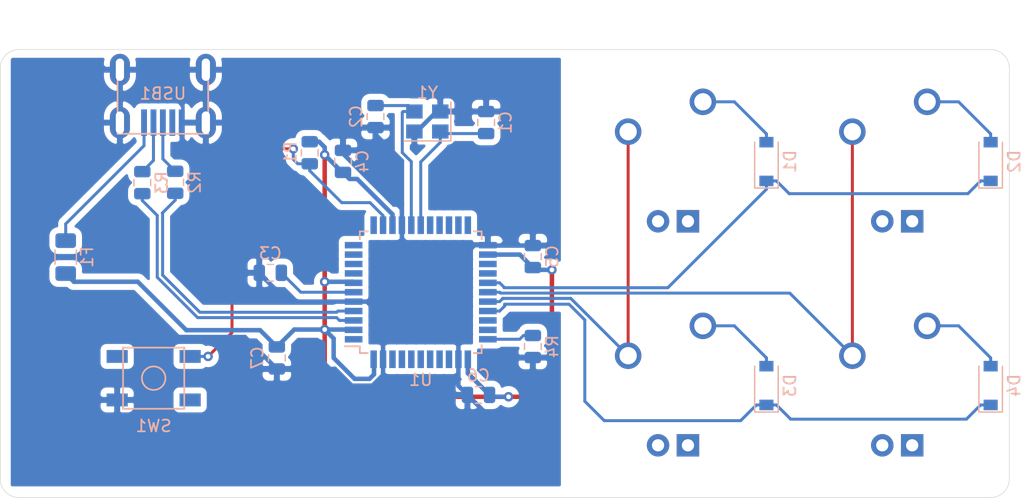
<source format=kicad_pcb>
(kicad_pcb (version 20171130) (host pcbnew "(5.1.4)-1")

  (general
    (thickness 1.6)
    (drawings 9)
    (tracks 228)
    (zones 0)
    (modules 24)
    (nets 44)
  )

  (page A4)
  (layers
    (0 F.Cu signal)
    (31 B.Cu signal)
    (32 B.Adhes user)
    (33 F.Adhes user)
    (34 B.Paste user)
    (35 F.Paste user)
    (36 B.SilkS user)
    (37 F.SilkS user)
    (38 B.Mask user)
    (39 F.Mask user)
    (40 Dwgs.User user)
    (41 Cmts.User user)
    (42 Eco1.User user)
    (43 Eco2.User user)
    (44 Edge.Cuts user)
    (45 Margin user)
    (46 B.CrtYd user)
    (47 F.CrtYd user)
    (48 B.Fab user)
    (49 F.Fab user)
  )

  (setup
    (last_trace_width 0.254)
    (trace_clearance 0.2)
    (zone_clearance 0.508)
    (zone_45_only no)
    (trace_min 0.2)
    (via_size 0.8)
    (via_drill 0.4)
    (via_min_size 0.4)
    (via_min_drill 0.3)
    (uvia_size 0.3)
    (uvia_drill 0.1)
    (uvias_allowed no)
    (uvia_min_size 0.2)
    (uvia_min_drill 0.1)
    (edge_width 0.05)
    (segment_width 0.2)
    (pcb_text_width 0.3)
    (pcb_text_size 1.5 1.5)
    (mod_edge_width 0.12)
    (mod_text_size 1 1)
    (mod_text_width 0.15)
    (pad_size 1.524 1.524)
    (pad_drill 0.762)
    (pad_to_mask_clearance 0.051)
    (solder_mask_min_width 0.25)
    (aux_axis_origin 0 0)
    (visible_elements 7FFFFFFF)
    (pcbplotparams
      (layerselection 0x010f0_ffffffff)
      (usegerberextensions true)
      (usegerberattributes false)
      (usegerberadvancedattributes false)
      (creategerberjobfile false)
      (excludeedgelayer true)
      (linewidth 0.100000)
      (plotframeref false)
      (viasonmask false)
      (mode 1)
      (useauxorigin false)
      (hpglpennumber 1)
      (hpglpenspeed 20)
      (hpglpendiameter 15.000000)
      (psnegative false)
      (psa4output false)
      (plotreference true)
      (plotvalue true)
      (plotinvisibletext false)
      (padsonsilk false)
      (subtractmaskfromsilk true)
      (outputformat 1)
      (mirror false)
      (drillshape 0)
      (scaleselection 1)
      (outputdirectory "Gerbers/"))
  )

  (net 0 "")
  (net 1 GND)
  (net 2 "Net-(C1-Pad1)")
  (net 3 "Net-(C2-Pad1)")
  (net 4 "Net-(C3-Pad1)")
  (net 5 +5V)
  (net 6 "Net-(D1-Pad2)")
  (net 7 ROW0)
  (net 8 "Net-(D2-Pad2)")
  (net 9 "Net-(D3-Pad2)")
  (net 10 ROW1)
  (net 11 "Net-(D4-Pad2)")
  (net 12 VCC)
  (net 13 COL0)
  (net 14 COL1)
  (net 15 "Net-(R1-Pad2)")
  (net 16 D+)
  (net 17 "Net-(R2-Pad1)")
  (net 18 D-)
  (net 19 "Net-(R3-Pad1)")
  (net 20 "Net-(R4-Pad2)")
  (net 21 "Net-(U1-Pad42)")
  (net 22 "Net-(U1-Pad41)")
  (net 23 "Net-(U1-Pad40)")
  (net 24 "Net-(U1-Pad39)")
  (net 25 "Net-(U1-Pad38)")
  (net 26 "Net-(U1-Pad37)")
  (net 27 "Net-(U1-Pad36)")
  (net 28 "Net-(U1-Pad32)")
  (net 29 "Net-(U1-Pad31)")
  (net 30 "Net-(U1-Pad26)")
  (net 31 "Net-(U1-Pad25)")
  (net 32 "Net-(U1-Pad22)")
  (net 33 "Net-(U1-Pad21)")
  (net 34 "Net-(U1-Pad20)")
  (net 35 "Net-(U1-Pad19)")
  (net 36 "Net-(U1-Pad18)")
  (net 37 "Net-(U1-Pad12)")
  (net 38 "Net-(U1-Pad11)")
  (net 39 "Net-(U1-Pad10)")
  (net 40 "Net-(U1-Pad9)")
  (net 41 "Net-(U1-Pad8)")
  (net 42 "Net-(U1-Pad1)")
  (net 43 "Net-(USB1-Pad2)")

  (net_class Default "This is the default net class."
    (clearance 0.2)
    (trace_width 0.254)
    (via_dia 0.8)
    (via_drill 0.4)
    (uvia_dia 0.3)
    (uvia_drill 0.1)
    (add_net COL0)
    (add_net COL1)
    (add_net D+)
    (add_net D-)
    (add_net "Net-(C1-Pad1)")
    (add_net "Net-(C2-Pad1)")
    (add_net "Net-(C3-Pad1)")
    (add_net "Net-(D1-Pad2)")
    (add_net "Net-(D2-Pad2)")
    (add_net "Net-(D3-Pad2)")
    (add_net "Net-(D4-Pad2)")
    (add_net "Net-(R1-Pad2)")
    (add_net "Net-(R2-Pad1)")
    (add_net "Net-(R3-Pad1)")
    (add_net "Net-(R4-Pad2)")
    (add_net "Net-(U1-Pad1)")
    (add_net "Net-(U1-Pad10)")
    (add_net "Net-(U1-Pad11)")
    (add_net "Net-(U1-Pad12)")
    (add_net "Net-(U1-Pad18)")
    (add_net "Net-(U1-Pad19)")
    (add_net "Net-(U1-Pad20)")
    (add_net "Net-(U1-Pad21)")
    (add_net "Net-(U1-Pad22)")
    (add_net "Net-(U1-Pad25)")
    (add_net "Net-(U1-Pad26)")
    (add_net "Net-(U1-Pad31)")
    (add_net "Net-(U1-Pad32)")
    (add_net "Net-(U1-Pad36)")
    (add_net "Net-(U1-Pad37)")
    (add_net "Net-(U1-Pad38)")
    (add_net "Net-(U1-Pad39)")
    (add_net "Net-(U1-Pad40)")
    (add_net "Net-(U1-Pad41)")
    (add_net "Net-(U1-Pad42)")
    (add_net "Net-(U1-Pad8)")
    (add_net "Net-(U1-Pad9)")
    (add_net "Net-(USB1-Pad2)")
    (add_net ROW0)
    (add_net ROW1)
    (add_net VCC)
  )

  (net_class Power ""
    (clearance 0.2)
    (trace_width 0.381)
    (via_dia 0.8)
    (via_drill 0.4)
    (uvia_dia 0.3)
    (uvia_drill 0.1)
    (add_net +5V)
    (add_net GND)
  )

  (module MX_Alps_Hybrid:MXOnly-1U (layer F.Cu) (tedit 5AC9901D) (tstamp 6698B152)
    (at 123.825 33.3375)
    (path /669CA95A)
    (fp_text reference MX2 (at 0 3.175) (layer Dwgs.User)
      (effects (font (size 1 1) (thickness 0.15)))
    )
    (fp_text value MX-NoLED (at 0 -7.9375) (layer Dwgs.User)
      (effects (font (size 1 1) (thickness 0.15)))
    )
    (fp_line (start 5 -7) (end 7 -7) (layer Dwgs.User) (width 0.15))
    (fp_line (start 7 -7) (end 7 -5) (layer Dwgs.User) (width 0.15))
    (fp_line (start 5 7) (end 7 7) (layer Dwgs.User) (width 0.15))
    (fp_line (start 7 7) (end 7 5) (layer Dwgs.User) (width 0.15))
    (fp_line (start -7 5) (end -7 7) (layer Dwgs.User) (width 0.15))
    (fp_line (start -7 7) (end -5 7) (layer Dwgs.User) (width 0.15))
    (fp_line (start -5 -7) (end -7 -7) (layer Dwgs.User) (width 0.15))
    (fp_line (start -7 -7) (end -7 -5) (layer Dwgs.User) (width 0.15))
    (fp_line (start -9.525 -9.525) (end 9.525 -9.525) (layer Dwgs.User) (width 0.15))
    (fp_line (start 9.525 -9.525) (end 9.525 9.525) (layer Dwgs.User) (width 0.15))
    (fp_line (start 9.525 9.525) (end -9.525 9.525) (layer Dwgs.User) (width 0.15))
    (fp_line (start -9.525 9.525) (end -9.525 -9.525) (layer Dwgs.User) (width 0.15))
    (pad 2 thru_hole circle (at 2.54 -5.08) (size 2.25 2.25) (drill 1.47) (layers *.Cu B.Mask)
      (net 8 "Net-(D2-Pad2)"))
    (pad "" np_thru_hole circle (at 0 0) (size 3.9878 3.9878) (drill 3.9878) (layers *.Cu *.Mask))
    (pad 1 thru_hole circle (at -3.81 -2.54) (size 2.25 2.25) (drill 1.47) (layers *.Cu B.Mask)
      (net 14 COL1))
    (pad 3 thru_hole circle (at -1.27 5.08) (size 1.905 1.905) (drill 1.04) (layers *.Cu B.Mask))
    (pad 4 thru_hole rect (at 1.27 5.08) (size 1.905 1.905) (drill 1.04) (layers *.Cu B.Mask))
    (pad "" np_thru_hole circle (at -5.08 0 48.0996) (size 1.75 1.75) (drill 1.75) (layers *.Cu *.Mask))
    (pad "" np_thru_hole circle (at 5.08 0 48.0996) (size 1.75 1.75) (drill 1.75) (layers *.Cu *.Mask))
  )

  (module Crystal:Crystal_SMD_3225-4Pin_3.2x2.5mm (layer B.Cu) (tedit 5A0FD1B2) (tstamp 6698B259)
    (at 83.904 29.933 180)
    (descr "SMD Crystal SERIES SMD3225/4 http://www.txccrystal.com/images/pdf/7m-accuracy.pdf, 3.2x2.5mm^2 package")
    (tags "SMD SMT crystal")
    (path /669A8401)
    (attr smd)
    (fp_text reference Y1 (at 0 2.45) (layer B.SilkS)
      (effects (font (size 1 1) (thickness 0.15)) (justify mirror))
    )
    (fp_text value 16MHz (at 0 -2.45) (layer B.Fab)
      (effects (font (size 1 1) (thickness 0.15)) (justify mirror))
    )
    (fp_text user %R (at 0 0) (layer B.Fab)
      (effects (font (size 0.7 0.7) (thickness 0.105)) (justify mirror))
    )
    (fp_line (start -1.6 1.25) (end -1.6 -1.25) (layer B.Fab) (width 0.1))
    (fp_line (start -1.6 -1.25) (end 1.6 -1.25) (layer B.Fab) (width 0.1))
    (fp_line (start 1.6 -1.25) (end 1.6 1.25) (layer B.Fab) (width 0.1))
    (fp_line (start 1.6 1.25) (end -1.6 1.25) (layer B.Fab) (width 0.1))
    (fp_line (start -1.6 -0.25) (end -0.6 -1.25) (layer B.Fab) (width 0.1))
    (fp_line (start -2 1.65) (end -2 -1.65) (layer B.SilkS) (width 0.12))
    (fp_line (start -2 -1.65) (end 2 -1.65) (layer B.SilkS) (width 0.12))
    (fp_line (start -2.1 1.7) (end -2.1 -1.7) (layer B.CrtYd) (width 0.05))
    (fp_line (start -2.1 -1.7) (end 2.1 -1.7) (layer B.CrtYd) (width 0.05))
    (fp_line (start 2.1 -1.7) (end 2.1 1.7) (layer B.CrtYd) (width 0.05))
    (fp_line (start 2.1 1.7) (end -2.1 1.7) (layer B.CrtYd) (width 0.05))
    (pad 1 smd rect (at -1.1 -0.85 180) (size 1.4 1.2) (layers B.Cu B.Paste B.Mask)
      (net 2 "Net-(C1-Pad1)"))
    (pad 2 smd rect (at 1.1 -0.85 180) (size 1.4 1.2) (layers B.Cu B.Paste B.Mask)
      (net 1 GND))
    (pad 3 smd rect (at 1.1 0.85 180) (size 1.4 1.2) (layers B.Cu B.Paste B.Mask)
      (net 3 "Net-(C2-Pad1)"))
    (pad 4 smd rect (at -1.1 0.85 180) (size 1.4 1.2) (layers B.Cu B.Paste B.Mask)
      (net 1 GND))
    (model ${KISYS3DMOD}/Crystal.3dshapes/Crystal_SMD_3225-4Pin_3.2x2.5mm.wrl
      (at (xyz 0 0 0))
      (scale (xyz 1 1 1))
      (rotate (xyz 0 0 0))
    )
  )

  (module random-keyboard-parts:Molex-0548190589 (layer B.Cu) (tedit 5C494815) (tstamp 6698B245)
    (at 61.4375 25.527 270)
    (path /669BC641)
    (attr smd)
    (fp_text reference USB1 (at 2.032 0) (layer B.SilkS)
      (effects (font (size 1 1) (thickness 0.15)) (justify mirror))
    )
    (fp_text value Molex-0548190589 (at -5.08 0) (layer Dwgs.User)
      (effects (font (size 1 1) (thickness 0.15)))
    )
    (fp_line (start -3.75 3.85) (end -3.75 -3.85) (layer Dwgs.User) (width 0.15))
    (fp_line (start -1.75 4.572) (end -1.75 -4.572) (layer Dwgs.User) (width 0.15))
    (fp_line (start -3.75 -3.85) (end 0 -3.85) (layer Dwgs.User) (width 0.15))
    (fp_line (start -3.75 3.85) (end 0 3.85) (layer Dwgs.User) (width 0.15))
    (fp_line (start 5.45 3.85) (end 5.45 -3.85) (layer B.SilkS) (width 0.15))
    (fp_line (start 0 -3.85) (end 5.45 -3.85) (layer B.SilkS) (width 0.15))
    (fp_line (start 0 3.85) (end 5.45 3.85) (layer B.SilkS) (width 0.15))
    (fp_line (start -3.75 3.75) (end 5.5 3.75) (layer B.CrtYd) (width 0.15))
    (fp_line (start 5.5 3.75) (end 5.5 -3.75) (layer B.CrtYd) (width 0.15))
    (fp_line (start 5.5 -3.75) (end -3.75 -3.75) (layer B.CrtYd) (width 0.15))
    (fp_line (start -3.75 -3.75) (end -3.75 3.75) (layer B.CrtYd) (width 0.15))
    (fp_line (start 5.5 2) (end 3.25 2) (layer B.CrtYd) (width 0.15))
    (fp_line (start 3.25 2) (end 3.25 -2) (layer B.CrtYd) (width 0.15))
    (fp_line (start 3.25 -2) (end 5.5 -2) (layer B.CrtYd) (width 0.15))
    (fp_line (start 5.5 -1.25) (end 3.25 -1.25) (layer B.CrtYd) (width 0.15))
    (fp_line (start 3.25 -0.5) (end 5.5 -0.5) (layer B.CrtYd) (width 0.15))
    (fp_line (start 5.5 0.5) (end 3.25 0.5) (layer B.CrtYd) (width 0.15))
    (fp_line (start 3.25 1.25) (end 5.5 1.25) (layer B.CrtYd) (width 0.15))
    (fp_text user %R (at 2 0) (layer B.CrtYd)
      (effects (font (size 1 1) (thickness 0.15)) (justify mirror))
    )
    (pad 1 smd rect (at 4.5 -1.6 270) (size 2.25 0.5) (layers B.Cu B.Paste B.Mask)
      (net 1 GND))
    (pad 2 smd rect (at 4.5 -0.8 270) (size 2.25 0.5) (layers B.Cu B.Paste B.Mask)
      (net 43 "Net-(USB1-Pad2)"))
    (pad 3 smd rect (at 4.5 0 270) (size 2.25 0.5) (layers B.Cu B.Paste B.Mask)
      (net 16 D+))
    (pad 4 smd rect (at 4.5 0.8 270) (size 2.25 0.5) (layers B.Cu B.Paste B.Mask)
      (net 18 D-))
    (pad 5 smd rect (at 4.5 1.6 270) (size 2.25 0.5) (layers B.Cu B.Paste B.Mask)
      (net 12 VCC))
    (pad 6 thru_hole oval (at 4.5 3.65 270) (size 2.7 1.7) (drill oval 1.9 0.7) (layers *.Cu *.Mask)
      (net 1 GND))
    (pad 6 thru_hole oval (at 4.5 -3.65 270) (size 2.7 1.7) (drill oval 1.9 0.7) (layers *.Cu *.Mask)
      (net 1 GND))
    (pad 6 thru_hole oval (at 0 -3.65 270) (size 2.7 1.7) (drill oval 1.9 0.7) (layers *.Cu *.Mask)
      (net 1 GND))
    (pad 6 thru_hole oval (at 0 3.65 270) (size 2.7 1.7) (drill oval 1.9 0.7) (layers *.Cu *.Mask)
      (net 1 GND))
  )

  (module Package_QFP:TQFP-44_10x10mm_P0.8mm (layer B.Cu) (tedit 5A02F146) (tstamp 66990094)
    (at 83.34375 44.45)
    (descr "44-Lead Plastic Thin Quad Flatpack (PT) - 10x10x1.0 mm Body [TQFP] (see Microchip Packaging Specification 00000049BS.pdf)")
    (tags "QFP 0.8")
    (path /66984E55)
    (attr smd)
    (fp_text reference U1 (at 0 7.45) (layer B.SilkS)
      (effects (font (size 1 1) (thickness 0.15)) (justify mirror))
    )
    (fp_text value ATmega32U4-AU (at 0 -7.45) (layer B.Fab)
      (effects (font (size 1 1) (thickness 0.15)) (justify mirror))
    )
    (fp_line (start -5.175 4.6) (end -6.45 4.6) (layer B.SilkS) (width 0.15))
    (fp_line (start 5.175 5.175) (end 4.5 5.175) (layer B.SilkS) (width 0.15))
    (fp_line (start 5.175 -5.175) (end 4.5 -5.175) (layer B.SilkS) (width 0.15))
    (fp_line (start -5.175 -5.175) (end -4.5 -5.175) (layer B.SilkS) (width 0.15))
    (fp_line (start -5.175 5.175) (end -4.5 5.175) (layer B.SilkS) (width 0.15))
    (fp_line (start -5.175 -5.175) (end -5.175 -4.5) (layer B.SilkS) (width 0.15))
    (fp_line (start 5.175 -5.175) (end 5.175 -4.5) (layer B.SilkS) (width 0.15))
    (fp_line (start 5.175 5.175) (end 5.175 4.5) (layer B.SilkS) (width 0.15))
    (fp_line (start -5.175 5.175) (end -5.175 4.6) (layer B.SilkS) (width 0.15))
    (fp_line (start -6.7 -6.7) (end 6.7 -6.7) (layer B.CrtYd) (width 0.05))
    (fp_line (start -6.7 6.7) (end 6.7 6.7) (layer B.CrtYd) (width 0.05))
    (fp_line (start 6.7 6.7) (end 6.7 -6.7) (layer B.CrtYd) (width 0.05))
    (fp_line (start -6.7 6.7) (end -6.7 -6.7) (layer B.CrtYd) (width 0.05))
    (fp_line (start -5 4) (end -4 5) (layer B.Fab) (width 0.15))
    (fp_line (start -5 -5) (end -5 4) (layer B.Fab) (width 0.15))
    (fp_line (start 5 -5) (end -5 -5) (layer B.Fab) (width 0.15))
    (fp_line (start 5 5) (end 5 -5) (layer B.Fab) (width 0.15))
    (fp_line (start -4 5) (end 5 5) (layer B.Fab) (width 0.15))
    (fp_text user %R (at -0.00625 0 180) (layer B.Fab)
      (effects (font (size 1 1) (thickness 0.15)) (justify mirror))
    )
    (pad 44 smd rect (at -4 5.7 270) (size 1.5 0.55) (layers B.Cu B.Paste B.Mask)
      (net 5 +5V))
    (pad 43 smd rect (at -3.2 5.7 270) (size 1.5 0.55) (layers B.Cu B.Paste B.Mask)
      (net 1 GND))
    (pad 42 smd rect (at -2.4 5.7 270) (size 1.5 0.55) (layers B.Cu B.Paste B.Mask)
      (net 21 "Net-(U1-Pad42)"))
    (pad 41 smd rect (at -1.6 5.7 270) (size 1.5 0.55) (layers B.Cu B.Paste B.Mask)
      (net 22 "Net-(U1-Pad41)"))
    (pad 40 smd rect (at -0.8 5.7 270) (size 1.5 0.55) (layers B.Cu B.Paste B.Mask)
      (net 23 "Net-(U1-Pad40)"))
    (pad 39 smd rect (at 0 5.7 270) (size 1.5 0.55) (layers B.Cu B.Paste B.Mask)
      (net 24 "Net-(U1-Pad39)"))
    (pad 38 smd rect (at 0.8 5.7 270) (size 1.5 0.55) (layers B.Cu B.Paste B.Mask)
      (net 25 "Net-(U1-Pad38)"))
    (pad 37 smd rect (at 1.6 5.7 270) (size 1.5 0.55) (layers B.Cu B.Paste B.Mask)
      (net 26 "Net-(U1-Pad37)"))
    (pad 36 smd rect (at 2.4 5.7 270) (size 1.5 0.55) (layers B.Cu B.Paste B.Mask)
      (net 27 "Net-(U1-Pad36)"))
    (pad 35 smd rect (at 3.2 5.7 270) (size 1.5 0.55) (layers B.Cu B.Paste B.Mask)
      (net 1 GND))
    (pad 34 smd rect (at 4 5.7 270) (size 1.5 0.55) (layers B.Cu B.Paste B.Mask)
      (net 5 +5V))
    (pad 33 smd rect (at 5.7 4) (size 1.5 0.55) (layers B.Cu B.Paste B.Mask)
      (net 20 "Net-(R4-Pad2)"))
    (pad 32 smd rect (at 5.7 3.2) (size 1.5 0.55) (layers B.Cu B.Paste B.Mask)
      (net 28 "Net-(U1-Pad32)"))
    (pad 31 smd rect (at 5.7 2.4) (size 1.5 0.55) (layers B.Cu B.Paste B.Mask)
      (net 29 "Net-(U1-Pad31)"))
    (pad 30 smd rect (at 5.7 1.6) (size 1.5 0.55) (layers B.Cu B.Paste B.Mask)
      (net 10 ROW1))
    (pad 29 smd rect (at 5.7 0.8) (size 1.5 0.55) (layers B.Cu B.Paste B.Mask)
      (net 13 COL0))
    (pad 28 smd rect (at 5.7 0) (size 1.5 0.55) (layers B.Cu B.Paste B.Mask)
      (net 14 COL1))
    (pad 27 smd rect (at 5.7 -0.8) (size 1.5 0.55) (layers B.Cu B.Paste B.Mask)
      (net 7 ROW0))
    (pad 26 smd rect (at 5.7 -1.6) (size 1.5 0.55) (layers B.Cu B.Paste B.Mask)
      (net 30 "Net-(U1-Pad26)"))
    (pad 25 smd rect (at 5.7 -2.4) (size 1.5 0.55) (layers B.Cu B.Paste B.Mask)
      (net 31 "Net-(U1-Pad25)"))
    (pad 24 smd rect (at 5.7 -3.2) (size 1.5 0.55) (layers B.Cu B.Paste B.Mask)
      (net 5 +5V))
    (pad 23 smd rect (at 5.7 -4) (size 1.5 0.55) (layers B.Cu B.Paste B.Mask)
      (net 1 GND))
    (pad 22 smd rect (at 4 -5.7 270) (size 1.5 0.55) (layers B.Cu B.Paste B.Mask)
      (net 32 "Net-(U1-Pad22)"))
    (pad 21 smd rect (at 3.2 -5.7 270) (size 1.5 0.55) (layers B.Cu B.Paste B.Mask)
      (net 33 "Net-(U1-Pad21)"))
    (pad 20 smd rect (at 2.4 -5.7 270) (size 1.5 0.55) (layers B.Cu B.Paste B.Mask)
      (net 34 "Net-(U1-Pad20)"))
    (pad 19 smd rect (at 1.6 -5.7 270) (size 1.5 0.55) (layers B.Cu B.Paste B.Mask)
      (net 35 "Net-(U1-Pad19)"))
    (pad 18 smd rect (at 0.8 -5.7 270) (size 1.5 0.55) (layers B.Cu B.Paste B.Mask)
      (net 36 "Net-(U1-Pad18)"))
    (pad 17 smd rect (at 0 -5.7 270) (size 1.5 0.55) (layers B.Cu B.Paste B.Mask)
      (net 2 "Net-(C1-Pad1)"))
    (pad 16 smd rect (at -0.8 -5.7 270) (size 1.5 0.55) (layers B.Cu B.Paste B.Mask)
      (net 3 "Net-(C2-Pad1)"))
    (pad 15 smd rect (at -1.6 -5.7 270) (size 1.5 0.55) (layers B.Cu B.Paste B.Mask)
      (net 1 GND))
    (pad 14 smd rect (at -2.4 -5.7 270) (size 1.5 0.55) (layers B.Cu B.Paste B.Mask)
      (net 5 +5V))
    (pad 13 smd rect (at -3.2 -5.7 270) (size 1.5 0.55) (layers B.Cu B.Paste B.Mask)
      (net 15 "Net-(R1-Pad2)"))
    (pad 12 smd rect (at -4 -5.7 270) (size 1.5 0.55) (layers B.Cu B.Paste B.Mask)
      (net 37 "Net-(U1-Pad12)"))
    (pad 11 smd rect (at -5.7 -4) (size 1.5 0.55) (layers B.Cu B.Paste B.Mask)
      (net 38 "Net-(U1-Pad11)"))
    (pad 10 smd rect (at -5.7 -3.2) (size 1.5 0.55) (layers B.Cu B.Paste B.Mask)
      (net 39 "Net-(U1-Pad10)"))
    (pad 9 smd rect (at -5.7 -2.4) (size 1.5 0.55) (layers B.Cu B.Paste B.Mask)
      (net 40 "Net-(U1-Pad9)"))
    (pad 8 smd rect (at -5.7 -1.6) (size 1.5 0.55) (layers B.Cu B.Paste B.Mask)
      (net 41 "Net-(U1-Pad8)"))
    (pad 7 smd rect (at -5.7 -0.8) (size 1.5 0.55) (layers B.Cu B.Paste B.Mask)
      (net 5 +5V))
    (pad 6 smd rect (at -5.7 0) (size 1.5 0.55) (layers B.Cu B.Paste B.Mask)
      (net 4 "Net-(C3-Pad1)"))
    (pad 5 smd rect (at -5.7 0.8) (size 1.5 0.55) (layers B.Cu B.Paste B.Mask)
      (net 1 GND))
    (pad 4 smd rect (at -5.7 1.6) (size 1.5 0.55) (layers B.Cu B.Paste B.Mask)
      (net 17 "Net-(R2-Pad1)"))
    (pad 3 smd rect (at -5.7 2.4) (size 1.5 0.55) (layers B.Cu B.Paste B.Mask)
      (net 19 "Net-(R3-Pad1)"))
    (pad 2 smd rect (at -5.7 3.2) (size 1.5 0.55) (layers B.Cu B.Paste B.Mask)
      (net 5 +5V))
    (pad 1 smd rect (at -5.7 4) (size 1.5 0.55) (layers B.Cu B.Paste B.Mask)
      (net 42 "Net-(U1-Pad1)"))
    (model ${KISYS3DMOD}/Package_QFP.3dshapes/TQFP-44_10x10mm_P0.8mm.wrl
      (at (xyz 0 0 0))
      (scale (xyz 1 1 1))
      (rotate (xyz 0 0 0))
    )
  )

  (module random-keyboard-parts:SKQG-1155865 (layer B.Cu) (tedit 5E62B398) (tstamp 6698B1E2)
    (at 60.654 51.761 180)
    (path /669B3EA7)
    (attr smd)
    (fp_text reference SW1 (at 0 -4.064) (layer B.SilkS)
      (effects (font (size 1 1) (thickness 0.15)) (justify mirror))
    )
    (fp_text value SW_Push (at 0 4.064) (layer B.Fab)
      (effects (font (size 1 1) (thickness 0.15)) (justify mirror))
    )
    (fp_line (start -2.6 -1.1) (end -1.1 -2.6) (layer B.Fab) (width 0.15))
    (fp_line (start 2.6 -1.1) (end 1.1 -2.6) (layer B.Fab) (width 0.15))
    (fp_line (start 2.6 1.1) (end 1.1 2.6) (layer B.Fab) (width 0.15))
    (fp_line (start -2.6 1.1) (end -1.1 2.6) (layer B.Fab) (width 0.15))
    (fp_circle (center 0 0) (end 1 0) (layer B.Fab) (width 0.15))
    (fp_line (start -4.2 1.1) (end -4.2 2.6) (layer B.Fab) (width 0.15))
    (fp_line (start -2.6 1.1) (end -4.2 1.1) (layer B.Fab) (width 0.15))
    (fp_line (start -2.6 -1.1) (end -2.6 1.1) (layer B.Fab) (width 0.15))
    (fp_line (start -4.2 -1.1) (end -2.6 -1.1) (layer B.Fab) (width 0.15))
    (fp_line (start -4.2 -2.6) (end -4.2 -1.1) (layer B.Fab) (width 0.15))
    (fp_line (start 4.2 -2.6) (end -4.2 -2.6) (layer B.Fab) (width 0.15))
    (fp_line (start 4.2 -1.1) (end 4.2 -2.6) (layer B.Fab) (width 0.15))
    (fp_line (start 2.6 -1.1) (end 4.2 -1.1) (layer B.Fab) (width 0.15))
    (fp_line (start 2.6 1.1) (end 2.6 -1.1) (layer B.Fab) (width 0.15))
    (fp_line (start 4.2 1.1) (end 2.6 1.1) (layer B.Fab) (width 0.15))
    (fp_line (start 4.2 2.6) (end 4.2 1.2) (layer B.Fab) (width 0.15))
    (fp_line (start -4.2 2.6) (end 4.2 2.6) (layer B.Fab) (width 0.15))
    (fp_circle (center 0 0) (end 1 0) (layer B.SilkS) (width 0.15))
    (fp_line (start -2.6 -2.6) (end -2.6 2.6) (layer B.SilkS) (width 0.15))
    (fp_line (start 2.6 -2.6) (end -2.6 -2.6) (layer B.SilkS) (width 0.15))
    (fp_line (start 2.6 2.6) (end 2.6 -2.6) (layer B.SilkS) (width 0.15))
    (fp_line (start -2.6 2.6) (end 2.6 2.6) (layer B.SilkS) (width 0.15))
    (pad 1 smd rect (at 3.1 -1.85 180) (size 1.8 1.1) (layers B.Cu B.Paste B.Mask)
      (net 1 GND))
    (pad 2 smd rect (at -3.1 1.85 180) (size 1.8 1.1) (layers B.Cu B.Paste B.Mask)
      (net 15 "Net-(R1-Pad2)"))
    (pad 3 smd rect (at 3.1 1.85 180) (size 1.8 1.1) (layers B.Cu B.Paste B.Mask))
    (pad 4 smd rect (at -3.1 -1.85 180) (size 1.8 1.1) (layers B.Cu B.Paste B.Mask))
    (model ${KISYS3DMOD}/Button_Switch_SMD.3dshapes/SW_SPST_TL3342.step
      (at (xyz 0 0 0))
      (scale (xyz 1 1 1))
      (rotate (xyz 0 0 0))
    )
  )

  (module Resistor_SMD:R_0805_2012Metric (layer B.Cu) (tedit 5B36C52B) (tstamp 6698DBB0)
    (at 92.86875 49.06875 90)
    (descr "Resistor SMD 0805 (2012 Metric), square (rectangular) end terminal, IPC_7351 nominal, (Body size source: https://docs.google.com/spreadsheets/d/1BsfQQcO9C6DZCsRaXUlFlo91Tg2WpOkGARC1WS5S8t0/edit?usp=sharing), generated with kicad-footprint-generator")
    (tags resistor)
    (path /6698B6F5)
    (attr smd)
    (fp_text reference R4 (at 0 1.65 270) (layer B.SilkS)
      (effects (font (size 1 1) (thickness 0.15)) (justify mirror))
    )
    (fp_text value 10k (at 0 -1.65 270) (layer B.Fab)
      (effects (font (size 1 1) (thickness 0.15)) (justify mirror))
    )
    (fp_text user %R (at 0 0 270) (layer B.Fab)
      (effects (font (size 0.5 0.5) (thickness 0.08)) (justify mirror))
    )
    (fp_line (start 1.68 -0.95) (end -1.68 -0.95) (layer B.CrtYd) (width 0.05))
    (fp_line (start 1.68 0.95) (end 1.68 -0.95) (layer B.CrtYd) (width 0.05))
    (fp_line (start -1.68 0.95) (end 1.68 0.95) (layer B.CrtYd) (width 0.05))
    (fp_line (start -1.68 -0.95) (end -1.68 0.95) (layer B.CrtYd) (width 0.05))
    (fp_line (start -0.258578 -0.71) (end 0.258578 -0.71) (layer B.SilkS) (width 0.12))
    (fp_line (start -0.258578 0.71) (end 0.258578 0.71) (layer B.SilkS) (width 0.12))
    (fp_line (start 1 -0.6) (end -1 -0.6) (layer B.Fab) (width 0.1))
    (fp_line (start 1 0.6) (end 1 -0.6) (layer B.Fab) (width 0.1))
    (fp_line (start -1 0.6) (end 1 0.6) (layer B.Fab) (width 0.1))
    (fp_line (start -1 -0.6) (end -1 0.6) (layer B.Fab) (width 0.1))
    (pad 2 smd roundrect (at 0.9375 0 90) (size 0.975 1.4) (layers B.Cu B.Paste B.Mask) (roundrect_rratio 0.25)
      (net 20 "Net-(R4-Pad2)"))
    (pad 1 smd roundrect (at -0.9375 0 90) (size 0.975 1.4) (layers B.Cu B.Paste B.Mask) (roundrect_rratio 0.25)
      (net 1 GND))
    (model ${KISYS3DMOD}/Resistor_SMD.3dshapes/R_0805_2012Metric.wrl
      (at (xyz 0 0 0))
      (scale (xyz 1 1 1))
      (rotate (xyz 0 0 0))
    )
  )

  (module Resistor_SMD:R_0805_2012Metric (layer B.Cu) (tedit 5B36C52B) (tstamp 6698B1B3)
    (at 59.69 35.1305 90)
    (descr "Resistor SMD 0805 (2012 Metric), square (rectangular) end terminal, IPC_7351 nominal, (Body size source: https://docs.google.com/spreadsheets/d/1BsfQQcO9C6DZCsRaXUlFlo91Tg2WpOkGARC1WS5S8t0/edit?usp=sharing), generated with kicad-footprint-generator")
    (tags resistor)
    (path /6698E6F5)
    (attr smd)
    (fp_text reference R3 (at 0 1.65 270) (layer B.SilkS)
      (effects (font (size 1 1) (thickness 0.15)) (justify mirror))
    )
    (fp_text value 22 (at 0 -1.65 270) (layer B.Fab)
      (effects (font (size 1 1) (thickness 0.15)) (justify mirror))
    )
    (fp_text user %R (at 0 0 270) (layer B.Fab)
      (effects (font (size 0.5 0.5) (thickness 0.08)) (justify mirror))
    )
    (fp_line (start 1.68 -0.95) (end -1.68 -0.95) (layer B.CrtYd) (width 0.05))
    (fp_line (start 1.68 0.95) (end 1.68 -0.95) (layer B.CrtYd) (width 0.05))
    (fp_line (start -1.68 0.95) (end 1.68 0.95) (layer B.CrtYd) (width 0.05))
    (fp_line (start -1.68 -0.95) (end -1.68 0.95) (layer B.CrtYd) (width 0.05))
    (fp_line (start -0.258578 -0.71) (end 0.258578 -0.71) (layer B.SilkS) (width 0.12))
    (fp_line (start -0.258578 0.71) (end 0.258578 0.71) (layer B.SilkS) (width 0.12))
    (fp_line (start 1 -0.6) (end -1 -0.6) (layer B.Fab) (width 0.1))
    (fp_line (start 1 0.6) (end 1 -0.6) (layer B.Fab) (width 0.1))
    (fp_line (start -1 0.6) (end 1 0.6) (layer B.Fab) (width 0.1))
    (fp_line (start -1 -0.6) (end -1 0.6) (layer B.Fab) (width 0.1))
    (pad 2 smd roundrect (at 0.9375 0 90) (size 0.975 1.4) (layers B.Cu B.Paste B.Mask) (roundrect_rratio 0.25)
      (net 18 D-))
    (pad 1 smd roundrect (at -0.9375 0 90) (size 0.975 1.4) (layers B.Cu B.Paste B.Mask) (roundrect_rratio 0.25)
      (net 19 "Net-(R3-Pad1)"))
    (model ${KISYS3DMOD}/Resistor_SMD.3dshapes/R_0805_2012Metric.wrl
      (at (xyz 0 0 0))
      (scale (xyz 1 1 1))
      (rotate (xyz 0 0 0))
    )
  )

  (module Resistor_SMD:R_0805_2012Metric (layer B.Cu) (tedit 5B36C52B) (tstamp 6698F5D5)
    (at 62.484 35.1005 90)
    (descr "Resistor SMD 0805 (2012 Metric), square (rectangular) end terminal, IPC_7351 nominal, (Body size source: https://docs.google.com/spreadsheets/d/1BsfQQcO9C6DZCsRaXUlFlo91Tg2WpOkGARC1WS5S8t0/edit?usp=sharing), generated with kicad-footprint-generator")
    (tags resistor)
    (path /6698E066)
    (attr smd)
    (fp_text reference R2 (at 0 1.65 270) (layer B.SilkS)
      (effects (font (size 1 1) (thickness 0.15)) (justify mirror))
    )
    (fp_text value 22 (at 0 -1.65 270) (layer B.Fab)
      (effects (font (size 1 1) (thickness 0.15)) (justify mirror))
    )
    (fp_text user %R (at 0 0 270) (layer B.Fab)
      (effects (font (size 0.5 0.5) (thickness 0.08)) (justify mirror))
    )
    (fp_line (start 1.68 -0.95) (end -1.68 -0.95) (layer B.CrtYd) (width 0.05))
    (fp_line (start 1.68 0.95) (end 1.68 -0.95) (layer B.CrtYd) (width 0.05))
    (fp_line (start -1.68 0.95) (end 1.68 0.95) (layer B.CrtYd) (width 0.05))
    (fp_line (start -1.68 -0.95) (end -1.68 0.95) (layer B.CrtYd) (width 0.05))
    (fp_line (start -0.258578 -0.71) (end 0.258578 -0.71) (layer B.SilkS) (width 0.12))
    (fp_line (start -0.258578 0.71) (end 0.258578 0.71) (layer B.SilkS) (width 0.12))
    (fp_line (start 1 -0.6) (end -1 -0.6) (layer B.Fab) (width 0.1))
    (fp_line (start 1 0.6) (end 1 -0.6) (layer B.Fab) (width 0.1))
    (fp_line (start -1 0.6) (end 1 0.6) (layer B.Fab) (width 0.1))
    (fp_line (start -1 -0.6) (end -1 0.6) (layer B.Fab) (width 0.1))
    (pad 2 smd roundrect (at 0.9375 0 90) (size 0.975 1.4) (layers B.Cu B.Paste B.Mask) (roundrect_rratio 0.25)
      (net 16 D+))
    (pad 1 smd roundrect (at -0.9375 0 90) (size 0.975 1.4) (layers B.Cu B.Paste B.Mask) (roundrect_rratio 0.25)
      (net 17 "Net-(R2-Pad1)"))
    (model ${KISYS3DMOD}/Resistor_SMD.3dshapes/R_0805_2012Metric.wrl
      (at (xyz 0 0 0))
      (scale (xyz 1 1 1))
      (rotate (xyz 0 0 0))
    )
  )

  (module Resistor_SMD:R_0805_2012Metric (layer B.Cu) (tedit 5B36C52B) (tstamp 6698B191)
    (at 73.914 32.5905 270)
    (descr "Resistor SMD 0805 (2012 Metric), square (rectangular) end terminal, IPC_7351 nominal, (Body size source: https://docs.google.com/spreadsheets/d/1BsfQQcO9C6DZCsRaXUlFlo91Tg2WpOkGARC1WS5S8t0/edit?usp=sharing), generated with kicad-footprint-generator")
    (tags resistor)
    (path /669B75BB)
    (attr smd)
    (fp_text reference R1 (at 0 1.65 270) (layer B.SilkS)
      (effects (font (size 1 1) (thickness 0.15)) (justify mirror))
    )
    (fp_text value 10k (at 0 -1.65 270) (layer B.Fab)
      (effects (font (size 1 1) (thickness 0.15)) (justify mirror))
    )
    (fp_line (start -1 -0.6) (end -1 0.6) (layer B.Fab) (width 0.1))
    (fp_line (start -1 0.6) (end 1 0.6) (layer B.Fab) (width 0.1))
    (fp_line (start 1 0.6) (end 1 -0.6) (layer B.Fab) (width 0.1))
    (fp_line (start 1 -0.6) (end -1 -0.6) (layer B.Fab) (width 0.1))
    (fp_line (start -0.258578 0.71) (end 0.258578 0.71) (layer B.SilkS) (width 0.12))
    (fp_line (start -0.258578 -0.71) (end 0.258578 -0.71) (layer B.SilkS) (width 0.12))
    (fp_line (start -1.68 -0.95) (end -1.68 0.95) (layer B.CrtYd) (width 0.05))
    (fp_line (start -1.68 0.95) (end 1.68 0.95) (layer B.CrtYd) (width 0.05))
    (fp_line (start 1.68 0.95) (end 1.68 -0.95) (layer B.CrtYd) (width 0.05))
    (fp_line (start 1.68 -0.95) (end -1.68 -0.95) (layer B.CrtYd) (width 0.05))
    (fp_text user %R (at 0 0 270) (layer B.Fab)
      (effects (font (size 0.5 0.5) (thickness 0.08)) (justify mirror))
    )
    (pad 1 smd roundrect (at -0.9375 0 270) (size 0.975 1.4) (layers B.Cu B.Paste B.Mask) (roundrect_rratio 0.25)
      (net 5 +5V))
    (pad 2 smd roundrect (at 0.9375 0 270) (size 0.975 1.4) (layers B.Cu B.Paste B.Mask) (roundrect_rratio 0.25)
      (net 15 "Net-(R1-Pad2)"))
    (model ${KISYS3DMOD}/Resistor_SMD.3dshapes/R_0805_2012Metric.wrl
      (at (xyz 0 0 0))
      (scale (xyz 1 1 1))
      (rotate (xyz 0 0 0))
    )
  )

  (module MX_Alps_Hybrid:MXOnly-1U (layer F.Cu) (tedit 5AC9901D) (tstamp 6698B180)
    (at 123.825 52.3875)
    (path /669CDFD0)
    (fp_text reference MX4 (at 0 3.175) (layer Dwgs.User)
      (effects (font (size 1 1) (thickness 0.15)))
    )
    (fp_text value MX-NoLED (at 0 -7.9375) (layer Dwgs.User)
      (effects (font (size 1 1) (thickness 0.15)))
    )
    (fp_line (start 5 -7) (end 7 -7) (layer Dwgs.User) (width 0.15))
    (fp_line (start 7 -7) (end 7 -5) (layer Dwgs.User) (width 0.15))
    (fp_line (start 5 7) (end 7 7) (layer Dwgs.User) (width 0.15))
    (fp_line (start 7 7) (end 7 5) (layer Dwgs.User) (width 0.15))
    (fp_line (start -7 5) (end -7 7) (layer Dwgs.User) (width 0.15))
    (fp_line (start -7 7) (end -5 7) (layer Dwgs.User) (width 0.15))
    (fp_line (start -5 -7) (end -7 -7) (layer Dwgs.User) (width 0.15))
    (fp_line (start -7 -7) (end -7 -5) (layer Dwgs.User) (width 0.15))
    (fp_line (start -9.525 -9.525) (end 9.525 -9.525) (layer Dwgs.User) (width 0.15))
    (fp_line (start 9.525 -9.525) (end 9.525 9.525) (layer Dwgs.User) (width 0.15))
    (fp_line (start 9.525 9.525) (end -9.525 9.525) (layer Dwgs.User) (width 0.15))
    (fp_line (start -9.525 9.525) (end -9.525 -9.525) (layer Dwgs.User) (width 0.15))
    (pad 2 thru_hole circle (at 2.54 -5.08) (size 2.25 2.25) (drill 1.47) (layers *.Cu B.Mask)
      (net 11 "Net-(D4-Pad2)"))
    (pad "" np_thru_hole circle (at 0 0) (size 3.9878 3.9878) (drill 3.9878) (layers *.Cu *.Mask))
    (pad 1 thru_hole circle (at -3.81 -2.54) (size 2.25 2.25) (drill 1.47) (layers *.Cu B.Mask)
      (net 14 COL1))
    (pad 3 thru_hole circle (at -1.27 5.08) (size 1.905 1.905) (drill 1.04) (layers *.Cu B.Mask))
    (pad 4 thru_hole rect (at 1.27 5.08) (size 1.905 1.905) (drill 1.04) (layers *.Cu B.Mask))
    (pad "" np_thru_hole circle (at -5.08 0 48.0996) (size 1.75 1.75) (drill 1.75) (layers *.Cu *.Mask))
    (pad "" np_thru_hole circle (at 5.08 0 48.0996) (size 1.75 1.75) (drill 1.75) (layers *.Cu *.Mask))
  )

  (module MX_Alps_Hybrid:MXOnly-1U (layer F.Cu) (tedit 5AC9901D) (tstamp 6698B169)
    (at 104.775 52.3875)
    (path /669CC961)
    (fp_text reference MX3 (at 0 3.175) (layer Dwgs.User)
      (effects (font (size 1 1) (thickness 0.15)))
    )
    (fp_text value MX-NoLED (at 0 -7.9375) (layer Dwgs.User)
      (effects (font (size 1 1) (thickness 0.15)))
    )
    (fp_line (start 5 -7) (end 7 -7) (layer Dwgs.User) (width 0.15))
    (fp_line (start 7 -7) (end 7 -5) (layer Dwgs.User) (width 0.15))
    (fp_line (start 5 7) (end 7 7) (layer Dwgs.User) (width 0.15))
    (fp_line (start 7 7) (end 7 5) (layer Dwgs.User) (width 0.15))
    (fp_line (start -7 5) (end -7 7) (layer Dwgs.User) (width 0.15))
    (fp_line (start -7 7) (end -5 7) (layer Dwgs.User) (width 0.15))
    (fp_line (start -5 -7) (end -7 -7) (layer Dwgs.User) (width 0.15))
    (fp_line (start -7 -7) (end -7 -5) (layer Dwgs.User) (width 0.15))
    (fp_line (start -9.525 -9.525) (end 9.525 -9.525) (layer Dwgs.User) (width 0.15))
    (fp_line (start 9.525 -9.525) (end 9.525 9.525) (layer Dwgs.User) (width 0.15))
    (fp_line (start 9.525 9.525) (end -9.525 9.525) (layer Dwgs.User) (width 0.15))
    (fp_line (start -9.525 9.525) (end -9.525 -9.525) (layer Dwgs.User) (width 0.15))
    (pad 2 thru_hole circle (at 2.54 -5.08) (size 2.25 2.25) (drill 1.47) (layers *.Cu B.Mask)
      (net 9 "Net-(D3-Pad2)"))
    (pad "" np_thru_hole circle (at 0 0) (size 3.9878 3.9878) (drill 3.9878) (layers *.Cu *.Mask))
    (pad 1 thru_hole circle (at -3.81 -2.54) (size 2.25 2.25) (drill 1.47) (layers *.Cu B.Mask)
      (net 13 COL0))
    (pad 3 thru_hole circle (at -1.27 5.08) (size 1.905 1.905) (drill 1.04) (layers *.Cu B.Mask))
    (pad 4 thru_hole rect (at 1.27 5.08) (size 1.905 1.905) (drill 1.04) (layers *.Cu B.Mask))
    (pad "" np_thru_hole circle (at -5.08 0 48.0996) (size 1.75 1.75) (drill 1.75) (layers *.Cu *.Mask))
    (pad "" np_thru_hole circle (at 5.08 0 48.0996) (size 1.75 1.75) (drill 1.75) (layers *.Cu *.Mask))
  )

  (module MX_Alps_Hybrid:MXOnly-1U (layer F.Cu) (tedit 5AC9901D) (tstamp 6698B13B)
    (at 104.775 33.3375)
    (path /669C3B57)
    (fp_text reference MX1 (at 0 3.175) (layer Dwgs.User)
      (effects (font (size 1 1) (thickness 0.15)))
    )
    (fp_text value MX-NoLED (at 0 -7.9375) (layer Dwgs.User)
      (effects (font (size 1 1) (thickness 0.15)))
    )
    (fp_line (start 5 -7) (end 7 -7) (layer Dwgs.User) (width 0.15))
    (fp_line (start 7 -7) (end 7 -5) (layer Dwgs.User) (width 0.15))
    (fp_line (start 5 7) (end 7 7) (layer Dwgs.User) (width 0.15))
    (fp_line (start 7 7) (end 7 5) (layer Dwgs.User) (width 0.15))
    (fp_line (start -7 5) (end -7 7) (layer Dwgs.User) (width 0.15))
    (fp_line (start -7 7) (end -5 7) (layer Dwgs.User) (width 0.15))
    (fp_line (start -5 -7) (end -7 -7) (layer Dwgs.User) (width 0.15))
    (fp_line (start -7 -7) (end -7 -5) (layer Dwgs.User) (width 0.15))
    (fp_line (start -9.525 -9.525) (end 9.525 -9.525) (layer Dwgs.User) (width 0.15))
    (fp_line (start 9.525 -9.525) (end 9.525 9.525) (layer Dwgs.User) (width 0.15))
    (fp_line (start 9.525 9.525) (end -9.525 9.525) (layer Dwgs.User) (width 0.15))
    (fp_line (start -9.525 9.525) (end -9.525 -9.525) (layer Dwgs.User) (width 0.15))
    (pad 2 thru_hole circle (at 2.54 -5.08) (size 2.25 2.25) (drill 1.47) (layers *.Cu B.Mask)
      (net 6 "Net-(D1-Pad2)"))
    (pad "" np_thru_hole circle (at 0 0) (size 3.9878 3.9878) (drill 3.9878) (layers *.Cu *.Mask))
    (pad 1 thru_hole circle (at -3.81 -2.54) (size 2.25 2.25) (drill 1.47) (layers *.Cu B.Mask)
      (net 13 COL0))
    (pad 3 thru_hole circle (at -1.27 5.08) (size 1.905 1.905) (drill 1.04) (layers *.Cu B.Mask))
    (pad 4 thru_hole rect (at 1.27 5.08) (size 1.905 1.905) (drill 1.04) (layers *.Cu B.Mask))
    (pad "" np_thru_hole circle (at -5.08 0 48.0996) (size 1.75 1.75) (drill 1.75) (layers *.Cu *.Mask))
    (pad "" np_thru_hole circle (at 5.08 0 48.0996) (size 1.75 1.75) (drill 1.75) (layers *.Cu *.Mask))
  )

  (module Fuse:Fuse_1206_3216Metric (layer B.Cu) (tedit 5B301BBE) (tstamp 6698B124)
    (at 53.18125 41.4625 90)
    (descr "Fuse SMD 1206 (3216 Metric), square (rectangular) end terminal, IPC_7351 nominal, (Body size source: http://www.tortai-tech.com/upload/download/2011102023233369053.pdf), generated with kicad-footprint-generator")
    (tags resistor)
    (path /669BDF8C)
    (attr smd)
    (fp_text reference F1 (at 0 1.82 270) (layer B.SilkS)
      (effects (font (size 1 1) (thickness 0.15)) (justify mirror))
    )
    (fp_text value 500mA (at 0 -1.82 270) (layer B.Fab)
      (effects (font (size 1 1) (thickness 0.15)) (justify mirror))
    )
    (fp_text user %R (at 0 0 270) (layer B.Fab)
      (effects (font (size 0.8 0.8) (thickness 0.12)) (justify mirror))
    )
    (fp_line (start 2.28 -1.12) (end -2.28 -1.12) (layer B.CrtYd) (width 0.05))
    (fp_line (start 2.28 1.12) (end 2.28 -1.12) (layer B.CrtYd) (width 0.05))
    (fp_line (start -2.28 1.12) (end 2.28 1.12) (layer B.CrtYd) (width 0.05))
    (fp_line (start -2.28 -1.12) (end -2.28 1.12) (layer B.CrtYd) (width 0.05))
    (fp_line (start -0.602064 -0.91) (end 0.602064 -0.91) (layer B.SilkS) (width 0.12))
    (fp_line (start -0.602064 0.91) (end 0.602064 0.91) (layer B.SilkS) (width 0.12))
    (fp_line (start 1.6 -0.8) (end -1.6 -0.8) (layer B.Fab) (width 0.1))
    (fp_line (start 1.6 0.8) (end 1.6 -0.8) (layer B.Fab) (width 0.1))
    (fp_line (start -1.6 0.8) (end 1.6 0.8) (layer B.Fab) (width 0.1))
    (fp_line (start -1.6 -0.8) (end -1.6 0.8) (layer B.Fab) (width 0.1))
    (pad 2 smd roundrect (at 1.4 0 90) (size 1.25 1.75) (layers B.Cu B.Paste B.Mask) (roundrect_rratio 0.2)
      (net 12 VCC))
    (pad 1 smd roundrect (at -1.4 0 90) (size 1.25 1.75) (layers B.Cu B.Paste B.Mask) (roundrect_rratio 0.2)
      (net 5 +5V))
    (model ${KISYS3DMOD}/Fuse.3dshapes/Fuse_1206_3216Metric.wrl
      (at (xyz 0 0 0))
      (scale (xyz 1 1 1))
      (rotate (xyz 0 0 0))
    )
  )

  (module Diode_SMD:D_SOD-123 (layer B.Cu) (tedit 58645DC7) (tstamp 6698B113)
    (at 131.7625 52.3875 90)
    (descr SOD-123)
    (tags SOD-123)
    (path /669CDFD6)
    (attr smd)
    (fp_text reference D4 (at 0 2 270) (layer B.SilkS)
      (effects (font (size 1 1) (thickness 0.15)) (justify mirror))
    )
    (fp_text value SOD-123 (at 0 -2.1 270) (layer B.Fab)
      (effects (font (size 1 1) (thickness 0.15)) (justify mirror))
    )
    (fp_line (start -2.25 1) (end 1.65 1) (layer B.SilkS) (width 0.12))
    (fp_line (start -2.25 -1) (end 1.65 -1) (layer B.SilkS) (width 0.12))
    (fp_line (start -2.35 1.15) (end -2.35 -1.15) (layer B.CrtYd) (width 0.05))
    (fp_line (start 2.35 -1.15) (end -2.35 -1.15) (layer B.CrtYd) (width 0.05))
    (fp_line (start 2.35 1.15) (end 2.35 -1.15) (layer B.CrtYd) (width 0.05))
    (fp_line (start -2.35 1.15) (end 2.35 1.15) (layer B.CrtYd) (width 0.05))
    (fp_line (start -1.4 0.9) (end 1.4 0.9) (layer B.Fab) (width 0.1))
    (fp_line (start 1.4 0.9) (end 1.4 -0.9) (layer B.Fab) (width 0.1))
    (fp_line (start 1.4 -0.9) (end -1.4 -0.9) (layer B.Fab) (width 0.1))
    (fp_line (start -1.4 -0.9) (end -1.4 0.9) (layer B.Fab) (width 0.1))
    (fp_line (start -0.75 0) (end -0.35 0) (layer B.Fab) (width 0.1))
    (fp_line (start -0.35 0) (end -0.35 0.55) (layer B.Fab) (width 0.1))
    (fp_line (start -0.35 0) (end -0.35 -0.55) (layer B.Fab) (width 0.1))
    (fp_line (start -0.35 0) (end 0.25 0.4) (layer B.Fab) (width 0.1))
    (fp_line (start 0.25 0.4) (end 0.25 -0.4) (layer B.Fab) (width 0.1))
    (fp_line (start 0.25 -0.4) (end -0.35 0) (layer B.Fab) (width 0.1))
    (fp_line (start 0.25 0) (end 0.75 0) (layer B.Fab) (width 0.1))
    (fp_line (start -2.25 1) (end -2.25 -1) (layer B.SilkS) (width 0.12))
    (fp_text user %R (at 0 2 270) (layer B.Fab)
      (effects (font (size 1 1) (thickness 0.15)) (justify mirror))
    )
    (pad 2 smd rect (at 1.65 0 90) (size 0.9 1.2) (layers B.Cu B.Paste B.Mask)
      (net 11 "Net-(D4-Pad2)"))
    (pad 1 smd rect (at -1.65 0 90) (size 0.9 1.2) (layers B.Cu B.Paste B.Mask)
      (net 10 ROW1))
    (model ${KISYS3DMOD}/Diode_SMD.3dshapes/D_SOD-123.wrl
      (at (xyz 0 0 0))
      (scale (xyz 1 1 1))
      (rotate (xyz 0 0 0))
    )
  )

  (module Diode_SMD:D_SOD-123 (layer B.Cu) (tedit 58645DC7) (tstamp 6698B0FA)
    (at 112.7125 52.3875 90)
    (descr SOD-123)
    (tags SOD-123)
    (path /669CC967)
    (attr smd)
    (fp_text reference D3 (at 0 2 270) (layer B.SilkS)
      (effects (font (size 1 1) (thickness 0.15)) (justify mirror))
    )
    (fp_text value SOD-123 (at 0 -2.1 270) (layer B.Fab)
      (effects (font (size 1 1) (thickness 0.15)) (justify mirror))
    )
    (fp_line (start -2.25 1) (end 1.65 1) (layer B.SilkS) (width 0.12))
    (fp_line (start -2.25 -1) (end 1.65 -1) (layer B.SilkS) (width 0.12))
    (fp_line (start -2.35 1.15) (end -2.35 -1.15) (layer B.CrtYd) (width 0.05))
    (fp_line (start 2.35 -1.15) (end -2.35 -1.15) (layer B.CrtYd) (width 0.05))
    (fp_line (start 2.35 1.15) (end 2.35 -1.15) (layer B.CrtYd) (width 0.05))
    (fp_line (start -2.35 1.15) (end 2.35 1.15) (layer B.CrtYd) (width 0.05))
    (fp_line (start -1.4 0.9) (end 1.4 0.9) (layer B.Fab) (width 0.1))
    (fp_line (start 1.4 0.9) (end 1.4 -0.9) (layer B.Fab) (width 0.1))
    (fp_line (start 1.4 -0.9) (end -1.4 -0.9) (layer B.Fab) (width 0.1))
    (fp_line (start -1.4 -0.9) (end -1.4 0.9) (layer B.Fab) (width 0.1))
    (fp_line (start -0.75 0) (end -0.35 0) (layer B.Fab) (width 0.1))
    (fp_line (start -0.35 0) (end -0.35 0.55) (layer B.Fab) (width 0.1))
    (fp_line (start -0.35 0) (end -0.35 -0.55) (layer B.Fab) (width 0.1))
    (fp_line (start -0.35 0) (end 0.25 0.4) (layer B.Fab) (width 0.1))
    (fp_line (start 0.25 0.4) (end 0.25 -0.4) (layer B.Fab) (width 0.1))
    (fp_line (start 0.25 -0.4) (end -0.35 0) (layer B.Fab) (width 0.1))
    (fp_line (start 0.25 0) (end 0.75 0) (layer B.Fab) (width 0.1))
    (fp_line (start -2.25 1) (end -2.25 -1) (layer B.SilkS) (width 0.12))
    (fp_text user %R (at 0 2 270) (layer B.Fab)
      (effects (font (size 1 1) (thickness 0.15)) (justify mirror))
    )
    (pad 2 smd rect (at 1.65 0 90) (size 0.9 1.2) (layers B.Cu B.Paste B.Mask)
      (net 9 "Net-(D3-Pad2)"))
    (pad 1 smd rect (at -1.65 0 90) (size 0.9 1.2) (layers B.Cu B.Paste B.Mask)
      (net 10 ROW1))
    (model ${KISYS3DMOD}/Diode_SMD.3dshapes/D_SOD-123.wrl
      (at (xyz 0 0 0))
      (scale (xyz 1 1 1))
      (rotate (xyz 0 0 0))
    )
  )

  (module Diode_SMD:D_SOD-123 (layer B.Cu) (tedit 58645DC7) (tstamp 6698B0E1)
    (at 131.7625 33.3375 90)
    (descr SOD-123)
    (tags SOD-123)
    (path /669CA960)
    (attr smd)
    (fp_text reference D2 (at 0 2 270) (layer B.SilkS)
      (effects (font (size 1 1) (thickness 0.15)) (justify mirror))
    )
    (fp_text value SOD-123 (at 0 -2.1 270) (layer B.Fab)
      (effects (font (size 1 1) (thickness 0.15)) (justify mirror))
    )
    (fp_line (start -2.25 1) (end 1.65 1) (layer B.SilkS) (width 0.12))
    (fp_line (start -2.25 -1) (end 1.65 -1) (layer B.SilkS) (width 0.12))
    (fp_line (start -2.35 1.15) (end -2.35 -1.15) (layer B.CrtYd) (width 0.05))
    (fp_line (start 2.35 -1.15) (end -2.35 -1.15) (layer B.CrtYd) (width 0.05))
    (fp_line (start 2.35 1.15) (end 2.35 -1.15) (layer B.CrtYd) (width 0.05))
    (fp_line (start -2.35 1.15) (end 2.35 1.15) (layer B.CrtYd) (width 0.05))
    (fp_line (start -1.4 0.9) (end 1.4 0.9) (layer B.Fab) (width 0.1))
    (fp_line (start 1.4 0.9) (end 1.4 -0.9) (layer B.Fab) (width 0.1))
    (fp_line (start 1.4 -0.9) (end -1.4 -0.9) (layer B.Fab) (width 0.1))
    (fp_line (start -1.4 -0.9) (end -1.4 0.9) (layer B.Fab) (width 0.1))
    (fp_line (start -0.75 0) (end -0.35 0) (layer B.Fab) (width 0.1))
    (fp_line (start -0.35 0) (end -0.35 0.55) (layer B.Fab) (width 0.1))
    (fp_line (start -0.35 0) (end -0.35 -0.55) (layer B.Fab) (width 0.1))
    (fp_line (start -0.35 0) (end 0.25 0.4) (layer B.Fab) (width 0.1))
    (fp_line (start 0.25 0.4) (end 0.25 -0.4) (layer B.Fab) (width 0.1))
    (fp_line (start 0.25 -0.4) (end -0.35 0) (layer B.Fab) (width 0.1))
    (fp_line (start 0.25 0) (end 0.75 0) (layer B.Fab) (width 0.1))
    (fp_line (start -2.25 1) (end -2.25 -1) (layer B.SilkS) (width 0.12))
    (fp_text user %R (at 0 2 270) (layer B.Fab)
      (effects (font (size 1 1) (thickness 0.15)) (justify mirror))
    )
    (pad 2 smd rect (at 1.65 0 90) (size 0.9 1.2) (layers B.Cu B.Paste B.Mask)
      (net 8 "Net-(D2-Pad2)"))
    (pad 1 smd rect (at -1.65 0 90) (size 0.9 1.2) (layers B.Cu B.Paste B.Mask)
      (net 7 ROW0))
    (model ${KISYS3DMOD}/Diode_SMD.3dshapes/D_SOD-123.wrl
      (at (xyz 0 0 0))
      (scale (xyz 1 1 1))
      (rotate (xyz 0 0 0))
    )
  )

  (module Diode_SMD:D_SOD-123 (layer B.Cu) (tedit 58645DC7) (tstamp 6698B0C8)
    (at 112.7125 33.3375 90)
    (descr SOD-123)
    (tags SOD-123)
    (path /669C5127)
    (attr smd)
    (fp_text reference D1 (at 0 2 270) (layer B.SilkS)
      (effects (font (size 1 1) (thickness 0.15)) (justify mirror))
    )
    (fp_text value SOD-123 (at 0 -2.1 270) (layer B.Fab)
      (effects (font (size 1 1) (thickness 0.15)) (justify mirror))
    )
    (fp_line (start -2.25 1) (end 1.65 1) (layer B.SilkS) (width 0.12))
    (fp_line (start -2.25 -1) (end 1.65 -1) (layer B.SilkS) (width 0.12))
    (fp_line (start -2.35 1.15) (end -2.35 -1.15) (layer B.CrtYd) (width 0.05))
    (fp_line (start 2.35 -1.15) (end -2.35 -1.15) (layer B.CrtYd) (width 0.05))
    (fp_line (start 2.35 1.15) (end 2.35 -1.15) (layer B.CrtYd) (width 0.05))
    (fp_line (start -2.35 1.15) (end 2.35 1.15) (layer B.CrtYd) (width 0.05))
    (fp_line (start -1.4 0.9) (end 1.4 0.9) (layer B.Fab) (width 0.1))
    (fp_line (start 1.4 0.9) (end 1.4 -0.9) (layer B.Fab) (width 0.1))
    (fp_line (start 1.4 -0.9) (end -1.4 -0.9) (layer B.Fab) (width 0.1))
    (fp_line (start -1.4 -0.9) (end -1.4 0.9) (layer B.Fab) (width 0.1))
    (fp_line (start -0.75 0) (end -0.35 0) (layer B.Fab) (width 0.1))
    (fp_line (start -0.35 0) (end -0.35 0.55) (layer B.Fab) (width 0.1))
    (fp_line (start -0.35 0) (end -0.35 -0.55) (layer B.Fab) (width 0.1))
    (fp_line (start -0.35 0) (end 0.25 0.4) (layer B.Fab) (width 0.1))
    (fp_line (start 0.25 0.4) (end 0.25 -0.4) (layer B.Fab) (width 0.1))
    (fp_line (start 0.25 -0.4) (end -0.35 0) (layer B.Fab) (width 0.1))
    (fp_line (start 0.25 0) (end 0.75 0) (layer B.Fab) (width 0.1))
    (fp_line (start -2.25 1) (end -2.25 -1) (layer B.SilkS) (width 0.12))
    (fp_text user %R (at 0 2 270) (layer B.Fab)
      (effects (font (size 1 1) (thickness 0.15)) (justify mirror))
    )
    (pad 2 smd rect (at 1.65 0 90) (size 0.9 1.2) (layers B.Cu B.Paste B.Mask)
      (net 6 "Net-(D1-Pad2)"))
    (pad 1 smd rect (at -1.65 0 90) (size 0.9 1.2) (layers B.Cu B.Paste B.Mask)
      (net 7 ROW0))
    (model ${KISYS3DMOD}/Diode_SMD.3dshapes/D_SOD-123.wrl
      (at (xyz 0 0 0))
      (scale (xyz 1 1 1))
      (rotate (xyz 0 0 0))
    )
  )

  (module Capacitor_SMD:C_0805_2012Metric (layer B.Cu) (tedit 5B36C52B) (tstamp 6698B0AF)
    (at 71.12 50.038 270)
    (descr "Capacitor SMD 0805 (2012 Metric), square (rectangular) end terminal, IPC_7351 nominal, (Body size source: https://docs.google.com/spreadsheets/d/1BsfQQcO9C6DZCsRaXUlFlo91Tg2WpOkGARC1WS5S8t0/edit?usp=sharing), generated with kicad-footprint-generator")
    (tags capacitor)
    (path /66996DA4)
    (attr smd)
    (fp_text reference C7 (at 0 1.65 90) (layer B.SilkS)
      (effects (font (size 1 1) (thickness 0.15)) (justify mirror))
    )
    (fp_text value 10uF (at 0 -1.65 90) (layer B.Fab)
      (effects (font (size 1 1) (thickness 0.15)) (justify mirror))
    )
    (fp_text user %R (at 0 0 90) (layer B.Fab)
      (effects (font (size 0.5 0.5) (thickness 0.08)) (justify mirror))
    )
    (fp_line (start 1.68 -0.95) (end -1.68 -0.95) (layer B.CrtYd) (width 0.05))
    (fp_line (start 1.68 0.95) (end 1.68 -0.95) (layer B.CrtYd) (width 0.05))
    (fp_line (start -1.68 0.95) (end 1.68 0.95) (layer B.CrtYd) (width 0.05))
    (fp_line (start -1.68 -0.95) (end -1.68 0.95) (layer B.CrtYd) (width 0.05))
    (fp_line (start -0.258578 -0.71) (end 0.258578 -0.71) (layer B.SilkS) (width 0.12))
    (fp_line (start -0.258578 0.71) (end 0.258578 0.71) (layer B.SilkS) (width 0.12))
    (fp_line (start 1 -0.6) (end -1 -0.6) (layer B.Fab) (width 0.1))
    (fp_line (start 1 0.6) (end 1 -0.6) (layer B.Fab) (width 0.1))
    (fp_line (start -1 0.6) (end 1 0.6) (layer B.Fab) (width 0.1))
    (fp_line (start -1 -0.6) (end -1 0.6) (layer B.Fab) (width 0.1))
    (pad 2 smd roundrect (at 0.9375 0 270) (size 0.975 1.4) (layers B.Cu B.Paste B.Mask) (roundrect_rratio 0.25)
      (net 1 GND))
    (pad 1 smd roundrect (at -0.9375 0 270) (size 0.975 1.4) (layers B.Cu B.Paste B.Mask) (roundrect_rratio 0.25)
      (net 5 +5V))
    (model ${KISYS3DMOD}/Capacitor_SMD.3dshapes/C_0805_2012Metric.wrl
      (at (xyz 0 0 0))
      (scale (xyz 1 1 1))
      (rotate (xyz 0 0 0))
    )
  )

  (module Capacitor_SMD:C_0805_2012Metric (layer B.Cu) (tedit 5B36C52B) (tstamp 6698B09E)
    (at 88.25 53.18125 180)
    (descr "Capacitor SMD 0805 (2012 Metric), square (rectangular) end terminal, IPC_7351 nominal, (Body size source: https://docs.google.com/spreadsheets/d/1BsfQQcO9C6DZCsRaXUlFlo91Tg2WpOkGARC1WS5S8t0/edit?usp=sharing), generated with kicad-footprint-generator")
    (tags capacitor)
    (path /66998AAD)
    (attr smd)
    (fp_text reference C6 (at 0 1.65) (layer B.SilkS)
      (effects (font (size 1 1) (thickness 0.15)) (justify mirror))
    )
    (fp_text value 0.1uF (at 0 -1.65) (layer B.Fab)
      (effects (font (size 1 1) (thickness 0.15)) (justify mirror))
    )
    (fp_text user %R (at 0 0) (layer B.Fab)
      (effects (font (size 0.5 0.5) (thickness 0.08)) (justify mirror))
    )
    (fp_line (start 1.68 -0.95) (end -1.68 -0.95) (layer B.CrtYd) (width 0.05))
    (fp_line (start 1.68 0.95) (end 1.68 -0.95) (layer B.CrtYd) (width 0.05))
    (fp_line (start -1.68 0.95) (end 1.68 0.95) (layer B.CrtYd) (width 0.05))
    (fp_line (start -1.68 -0.95) (end -1.68 0.95) (layer B.CrtYd) (width 0.05))
    (fp_line (start -0.258578 -0.71) (end 0.258578 -0.71) (layer B.SilkS) (width 0.12))
    (fp_line (start -0.258578 0.71) (end 0.258578 0.71) (layer B.SilkS) (width 0.12))
    (fp_line (start 1 -0.6) (end -1 -0.6) (layer B.Fab) (width 0.1))
    (fp_line (start 1 0.6) (end 1 -0.6) (layer B.Fab) (width 0.1))
    (fp_line (start -1 0.6) (end 1 0.6) (layer B.Fab) (width 0.1))
    (fp_line (start -1 -0.6) (end -1 0.6) (layer B.Fab) (width 0.1))
    (pad 2 smd roundrect (at 0.9375 0 180) (size 0.975 1.4) (layers B.Cu B.Paste B.Mask) (roundrect_rratio 0.25)
      (net 1 GND))
    (pad 1 smd roundrect (at -0.9375 0 180) (size 0.975 1.4) (layers B.Cu B.Paste B.Mask) (roundrect_rratio 0.25)
      (net 5 +5V))
    (model ${KISYS3DMOD}/Capacitor_SMD.3dshapes/C_0805_2012Metric.wrl
      (at (xyz 0 0 0))
      (scale (xyz 1 1 1))
      (rotate (xyz 0 0 0))
    )
  )

  (module Capacitor_SMD:C_0805_2012Metric (layer B.Cu) (tedit 5B36C52B) (tstamp 6698B08D)
    (at 92.86875 41.41875 90)
    (descr "Capacitor SMD 0805 (2012 Metric), square (rectangular) end terminal, IPC_7351 nominal, (Body size source: https://docs.google.com/spreadsheets/d/1BsfQQcO9C6DZCsRaXUlFlo91Tg2WpOkGARC1WS5S8t0/edit?usp=sharing), generated with kicad-footprint-generator")
    (tags capacitor)
    (path /669A1692)
    (attr smd)
    (fp_text reference C5 (at 0 1.65 270) (layer B.SilkS)
      (effects (font (size 1 1) (thickness 0.15)) (justify mirror))
    )
    (fp_text value 0.1uF (at 0 -1.65 270) (layer B.Fab)
      (effects (font (size 1 1) (thickness 0.15)) (justify mirror))
    )
    (fp_text user %R (at 0 0 270) (layer B.Fab)
      (effects (font (size 0.5 0.5) (thickness 0.08)) (justify mirror))
    )
    (fp_line (start 1.68 -0.95) (end -1.68 -0.95) (layer B.CrtYd) (width 0.05))
    (fp_line (start 1.68 0.95) (end 1.68 -0.95) (layer B.CrtYd) (width 0.05))
    (fp_line (start -1.68 0.95) (end 1.68 0.95) (layer B.CrtYd) (width 0.05))
    (fp_line (start -1.68 -0.95) (end -1.68 0.95) (layer B.CrtYd) (width 0.05))
    (fp_line (start -0.258578 -0.71) (end 0.258578 -0.71) (layer B.SilkS) (width 0.12))
    (fp_line (start -0.258578 0.71) (end 0.258578 0.71) (layer B.SilkS) (width 0.12))
    (fp_line (start 1 -0.6) (end -1 -0.6) (layer B.Fab) (width 0.1))
    (fp_line (start 1 0.6) (end 1 -0.6) (layer B.Fab) (width 0.1))
    (fp_line (start -1 0.6) (end 1 0.6) (layer B.Fab) (width 0.1))
    (fp_line (start -1 -0.6) (end -1 0.6) (layer B.Fab) (width 0.1))
    (pad 2 smd roundrect (at 0.9375 0 90) (size 0.975 1.4) (layers B.Cu B.Paste B.Mask) (roundrect_rratio 0.25)
      (net 1 GND))
    (pad 1 smd roundrect (at -0.9375 0 90) (size 0.975 1.4) (layers B.Cu B.Paste B.Mask) (roundrect_rratio 0.25)
      (net 5 +5V))
    (model ${KISYS3DMOD}/Capacitor_SMD.3dshapes/C_0805_2012Metric.wrl
      (at (xyz 0 0 0))
      (scale (xyz 1 1 1))
      (rotate (xyz 0 0 0))
    )
  )

  (module Capacitor_SMD:C_0805_2012Metric (layer B.Cu) (tedit 5B36C52B) (tstamp 6698D5C6)
    (at 76.73975 33.3225 90)
    (descr "Capacitor SMD 0805 (2012 Metric), square (rectangular) end terminal, IPC_7351 nominal, (Body size source: https://docs.google.com/spreadsheets/d/1BsfQQcO9C6DZCsRaXUlFlo91Tg2WpOkGARC1WS5S8t0/edit?usp=sharing), generated with kicad-footprint-generator")
    (tags capacitor)
    (path /669A1698)
    (attr smd)
    (fp_text reference C4 (at 0 1.65 270) (layer B.SilkS)
      (effects (font (size 1 1) (thickness 0.15)) (justify mirror))
    )
    (fp_text value 0.1uF (at 0 -1.65 270) (layer B.Fab)
      (effects (font (size 1 1) (thickness 0.15)) (justify mirror))
    )
    (fp_line (start -1 -0.6) (end -1 0.6) (layer B.Fab) (width 0.1))
    (fp_line (start -1 0.6) (end 1 0.6) (layer B.Fab) (width 0.1))
    (fp_line (start 1 0.6) (end 1 -0.6) (layer B.Fab) (width 0.1))
    (fp_line (start 1 -0.6) (end -1 -0.6) (layer B.Fab) (width 0.1))
    (fp_line (start -0.258578 0.71) (end 0.258578 0.71) (layer B.SilkS) (width 0.12))
    (fp_line (start -0.258578 -0.71) (end 0.258578 -0.71) (layer B.SilkS) (width 0.12))
    (fp_line (start -1.68 -0.95) (end -1.68 0.95) (layer B.CrtYd) (width 0.05))
    (fp_line (start -1.68 0.95) (end 1.68 0.95) (layer B.CrtYd) (width 0.05))
    (fp_line (start 1.68 0.95) (end 1.68 -0.95) (layer B.CrtYd) (width 0.05))
    (fp_line (start 1.68 -0.95) (end -1.68 -0.95) (layer B.CrtYd) (width 0.05))
    (fp_text user %R (at 0 0 270) (layer B.Fab)
      (effects (font (size 0.5 0.5) (thickness 0.08)) (justify mirror))
    )
    (pad 1 smd roundrect (at -0.9375 0 90) (size 0.975 1.4) (layers B.Cu B.Paste B.Mask) (roundrect_rratio 0.25)
      (net 5 +5V))
    (pad 2 smd roundrect (at 0.9375 0 90) (size 0.975 1.4) (layers B.Cu B.Paste B.Mask) (roundrect_rratio 0.25)
      (net 1 GND))
    (model ${KISYS3DMOD}/Capacitor_SMD.3dshapes/C_0805_2012Metric.wrl
      (at (xyz 0 0 0))
      (scale (xyz 1 1 1))
      (rotate (xyz 0 0 0))
    )
  )

  (module Capacitor_SMD:C_0805_2012Metric (layer B.Cu) (tedit 5B36C52B) (tstamp 6698B06B)
    (at 70.5635 42.799 180)
    (descr "Capacitor SMD 0805 (2012 Metric), square (rectangular) end terminal, IPC_7351 nominal, (Body size source: https://docs.google.com/spreadsheets/d/1BsfQQcO9C6DZCsRaXUlFlo91Tg2WpOkGARC1WS5S8t0/edit?usp=sharing), generated with kicad-footprint-generator")
    (tags capacitor)
    (path /669911ED)
    (attr smd)
    (fp_text reference C3 (at 0 1.65) (layer B.SilkS)
      (effects (font (size 1 1) (thickness 0.15)) (justify mirror))
    )
    (fp_text value 1uF (at 0 -1.65) (layer B.Fab)
      (effects (font (size 1 1) (thickness 0.15)) (justify mirror))
    )
    (fp_text user %R (at 0 0) (layer B.Fab)
      (effects (font (size 0.5 0.5) (thickness 0.08)) (justify mirror))
    )
    (fp_line (start 1.68 -0.95) (end -1.68 -0.95) (layer B.CrtYd) (width 0.05))
    (fp_line (start 1.68 0.95) (end 1.68 -0.95) (layer B.CrtYd) (width 0.05))
    (fp_line (start -1.68 0.95) (end 1.68 0.95) (layer B.CrtYd) (width 0.05))
    (fp_line (start -1.68 -0.95) (end -1.68 0.95) (layer B.CrtYd) (width 0.05))
    (fp_line (start -0.258578 -0.71) (end 0.258578 -0.71) (layer B.SilkS) (width 0.12))
    (fp_line (start -0.258578 0.71) (end 0.258578 0.71) (layer B.SilkS) (width 0.12))
    (fp_line (start 1 -0.6) (end -1 -0.6) (layer B.Fab) (width 0.1))
    (fp_line (start 1 0.6) (end 1 -0.6) (layer B.Fab) (width 0.1))
    (fp_line (start -1 0.6) (end 1 0.6) (layer B.Fab) (width 0.1))
    (fp_line (start -1 -0.6) (end -1 0.6) (layer B.Fab) (width 0.1))
    (pad 2 smd roundrect (at 0.9375 0 180) (size 0.975 1.4) (layers B.Cu B.Paste B.Mask) (roundrect_rratio 0.25)
      (net 1 GND))
    (pad 1 smd roundrect (at -0.9375 0 180) (size 0.975 1.4) (layers B.Cu B.Paste B.Mask) (roundrect_rratio 0.25)
      (net 4 "Net-(C3-Pad1)"))
    (model ${KISYS3DMOD}/Capacitor_SMD.3dshapes/C_0805_2012Metric.wrl
      (at (xyz 0 0 0))
      (scale (xyz 1 1 1))
      (rotate (xyz 0 0 0))
    )
  )

  (module Capacitor_SMD:C_0805_2012Metric (layer B.Cu) (tedit 5B36C52B) (tstamp 6698B05A)
    (at 79.502 29.5125 270)
    (descr "Capacitor SMD 0805 (2012 Metric), square (rectangular) end terminal, IPC_7351 nominal, (Body size source: https://docs.google.com/spreadsheets/d/1BsfQQcO9C6DZCsRaXUlFlo91Tg2WpOkGARC1WS5S8t0/edit?usp=sharing), generated with kicad-footprint-generator")
    (tags capacitor)
    (path /669ACCC9)
    (attr smd)
    (fp_text reference C2 (at 0 1.65 270) (layer B.SilkS)
      (effects (font (size 1 1) (thickness 0.15)) (justify mirror))
    )
    (fp_text value 22pF (at 0 -1.65 270) (layer B.Fab)
      (effects (font (size 1 1) (thickness 0.15)) (justify mirror))
    )
    (fp_line (start -1 -0.6) (end -1 0.6) (layer B.Fab) (width 0.1))
    (fp_line (start -1 0.6) (end 1 0.6) (layer B.Fab) (width 0.1))
    (fp_line (start 1 0.6) (end 1 -0.6) (layer B.Fab) (width 0.1))
    (fp_line (start 1 -0.6) (end -1 -0.6) (layer B.Fab) (width 0.1))
    (fp_line (start -0.258578 0.71) (end 0.258578 0.71) (layer B.SilkS) (width 0.12))
    (fp_line (start -0.258578 -0.71) (end 0.258578 -0.71) (layer B.SilkS) (width 0.12))
    (fp_line (start -1.68 -0.95) (end -1.68 0.95) (layer B.CrtYd) (width 0.05))
    (fp_line (start -1.68 0.95) (end 1.68 0.95) (layer B.CrtYd) (width 0.05))
    (fp_line (start 1.68 0.95) (end 1.68 -0.95) (layer B.CrtYd) (width 0.05))
    (fp_line (start 1.68 -0.95) (end -1.68 -0.95) (layer B.CrtYd) (width 0.05))
    (fp_text user %R (at 0 0 270) (layer B.Fab)
      (effects (font (size 0.5 0.5) (thickness 0.08)) (justify mirror))
    )
    (pad 1 smd roundrect (at -0.9375 0 270) (size 0.975 1.4) (layers B.Cu B.Paste B.Mask) (roundrect_rratio 0.25)
      (net 3 "Net-(C2-Pad1)"))
    (pad 2 smd roundrect (at 0.9375 0 270) (size 0.975 1.4) (layers B.Cu B.Paste B.Mask) (roundrect_rratio 0.25)
      (net 1 GND))
    (model ${KISYS3DMOD}/Capacitor_SMD.3dshapes/C_0805_2012Metric.wrl
      (at (xyz 0 0 0))
      (scale (xyz 1 1 1))
      (rotate (xyz 0 0 0))
    )
  )

  (module Capacitor_SMD:C_0805_2012Metric (layer B.Cu) (tedit 5B36C52B) (tstamp 6698D4D1)
    (at 88.9 30.0205 90)
    (descr "Capacitor SMD 0805 (2012 Metric), square (rectangular) end terminal, IPC_7351 nominal, (Body size source: https://docs.google.com/spreadsheets/d/1BsfQQcO9C6DZCsRaXUlFlo91Tg2WpOkGARC1WS5S8t0/edit?usp=sharing), generated with kicad-footprint-generator")
    (tags capacitor)
    (path /669AB952)
    (attr smd)
    (fp_text reference C1 (at 0 1.65 270) (layer B.SilkS)
      (effects (font (size 1 1) (thickness 0.15)) (justify mirror))
    )
    (fp_text value 22pF (at 0 -1.65 270) (layer B.Fab)
      (effects (font (size 1 1) (thickness 0.15)) (justify mirror))
    )
    (fp_line (start -1 -0.6) (end -1 0.6) (layer B.Fab) (width 0.1))
    (fp_line (start -1 0.6) (end 1 0.6) (layer B.Fab) (width 0.1))
    (fp_line (start 1 0.6) (end 1 -0.6) (layer B.Fab) (width 0.1))
    (fp_line (start 1 -0.6) (end -1 -0.6) (layer B.Fab) (width 0.1))
    (fp_line (start -0.258578 0.71) (end 0.258578 0.71) (layer B.SilkS) (width 0.12))
    (fp_line (start -0.258578 -0.71) (end 0.258578 -0.71) (layer B.SilkS) (width 0.12))
    (fp_line (start -1.68 -0.95) (end -1.68 0.95) (layer B.CrtYd) (width 0.05))
    (fp_line (start -1.68 0.95) (end 1.68 0.95) (layer B.CrtYd) (width 0.05))
    (fp_line (start 1.68 0.95) (end 1.68 -0.95) (layer B.CrtYd) (width 0.05))
    (fp_line (start 1.68 -0.95) (end -1.68 -0.95) (layer B.CrtYd) (width 0.05))
    (fp_text user %R (at 0 0 270) (layer B.Fab)
      (effects (font (size 0.5 0.5) (thickness 0.08)) (justify mirror))
    )
    (pad 1 smd roundrect (at -0.9375 0 90) (size 0.975 1.4) (layers B.Cu B.Paste B.Mask) (roundrect_rratio 0.25)
      (net 2 "Net-(C1-Pad1)"))
    (pad 2 smd roundrect (at 0.9375 0 90) (size 0.975 1.4) (layers B.Cu B.Paste B.Mask) (roundrect_rratio 0.25)
      (net 1 GND))
    (model ${KISYS3DMOD}/Capacitor_SMD.3dshapes/C_0805_2012Metric.wrl
      (at (xyz 0 0 0))
      (scale (xyz 1 1 1))
      (rotate (xyz 0 0 0))
    )
  )

  (gr_text TyKeys (at 52.959 58.547) (layer F.Mask)
    (effects (font (size 1 1) (thickness 0.15) italic))
  )
  (gr_line (start 131.7625 61.9125) (end 49.2125 61.9125) (layer Edge.Cuts) (width 0.05) (tstamp 6698F2AB))
  (gr_line (start 47.625 60.325) (end 47.625 25.4) (layer Edge.Cuts) (width 0.05) (tstamp 6698F2AC))
  (gr_line (start 133.35 25.4) (end 133.35 60.325) (layer Edge.Cuts) (width 0.05) (tstamp 6698F2AA))
  (gr_line (start 49.2125 23.8125) (end 131.7625 23.8125) (layer Edge.Cuts) (width 0.05) (tstamp 6698F2A9))
  (gr_arc (start 49.2125 25.4) (end 49.2125 23.8125) (angle -90) (layer Edge.Cuts) (width 0.05))
  (gr_arc (start 49.2125 60.325) (end 47.625 60.325) (angle -90) (layer Edge.Cuts) (width 0.05))
  (gr_arc (start 131.7625 60.325) (end 131.7625 61.9125) (angle -90) (layer Edge.Cuts) (width 0.05))
  (gr_arc (start 131.7625 25.4) (end 133.35 25.4) (angle -90) (layer Edge.Cuts) (width 0.05))

  (segment (start 81.74375 37.619) (end 81.74375 38.75) (width 0.381) (layer B.Cu) (net 1))
  (segment (start 79.502 31.0375) (end 81.74375 33.27925) (width 0.381) (layer B.Cu) (net 1))
  (segment (start 79.502 30.45) (end 79.502 31.0375) (width 0.381) (layer B.Cu) (net 1))
  (segment (start 81.07798 37.00125) (end 81.74375 37.00125) (width 0.381) (layer B.Cu) (net 1))
  (segment (start 76.73975 32.66302) (end 81.07798 37.00125) (width 0.381) (layer B.Cu) (net 1))
  (segment (start 76.73975 32.385) (end 76.73975 32.66302) (width 0.381) (layer B.Cu) (net 1))
  (segment (start 81.74375 33.27925) (end 81.74375 37.00125) (width 0.381) (layer B.Cu) (net 1))
  (segment (start 81.74375 37.00125) (end 81.74375 37.619) (width 0.381) (layer B.Cu) (net 1))
  (segment (start 84.701098 29.083) (end 85.004 29.083) (width 0.381) (layer B.Cu) (net 1))
  (segment (start 83.001098 30.783) (end 84.701098 29.083) (width 0.381) (layer B.Cu) (net 1))
  (segment (start 82.804 30.783) (end 83.001098 30.783) (width 0.381) (layer B.Cu) (net 1))
  (segment (start 78.329 30.45) (end 79.502 30.45) (width 0.381) (layer B.Cu) (net 1))
  (segment (start 85.004 28.102) (end 83.699 26.797) (width 0.381) (layer B.Cu) (net 1))
  (segment (start 85.004 29.083) (end 85.004 28.102) (width 0.381) (layer B.Cu) (net 1))
  (segment (start 78.74 26.797) (end 77.978 27.559) (width 0.381) (layer B.Cu) (net 1))
  (segment (start 83.699 26.797) (end 78.74 26.797) (width 0.381) (layer B.Cu) (net 1))
  (segment (start 77.978 27.559) (end 77.978 30.099) (width 0.381) (layer B.Cu) (net 1))
  (segment (start 77.978 30.099) (end 78.329 30.45) (width 0.381) (layer B.Cu) (net 1))
  (segment (start 88.9 29.083) (end 85.004 29.083) (width 0.381) (layer B.Cu) (net 1))
  (segment (start 86.54375 52.4125) (end 86.54375 50.15) (width 0.381) (layer B.Cu) (net 1))
  (segment (start 87.3125 53.18125) (end 86.54375 52.4125) (width 0.381) (layer B.Cu) (net 1))
  (segment (start 87.3125 53.18125) (end 88.74125 54.61) (width 0.381) (layer B.Cu) (net 1))
  (segment (start 88.74125 54.61) (end 91.567 54.61) (width 0.381) (layer B.Cu) (net 1))
  (segment (start 92.86875 53.30825) (end 92.86875 50.00625) (width 0.381) (layer B.Cu) (net 1))
  (segment (start 91.567 54.61) (end 92.86875 53.30825) (width 0.381) (layer B.Cu) (net 1))
  (segment (start 70.182237 43.355237) (end 70.182237 43.385237) (width 0.381) (layer B.Cu) (net 1))
  (segment (start 69.626 42.799) (end 70.182237 43.355237) (width 0.381) (layer B.Cu) (net 1))
  (segment (start 72.047 45.25) (end 77.64375 45.25) (width 0.381) (layer B.Cu) (net 1))
  (segment (start 70.182237 43.385237) (end 72.047 45.25) (width 0.381) (layer B.Cu) (net 1))
  (segment (start 89.075 40.48125) (end 89.04375 40.45) (width 0.381) (layer B.Cu) (net 1))
  (segment (start 92.86875 40.48125) (end 89.075 40.48125) (width 0.381) (layer B.Cu) (net 1))
  (segment (start 56.273 53.611) (end 55.245 52.583) (width 0.381) (layer B.Cu) (net 1))
  (segment (start 57.554 53.611) (end 56.273 53.611) (width 0.381) (layer B.Cu) (net 1))
  (segment (start 55.245 52.583) (end 55.245 48.768) (width 0.381) (layer B.Cu) (net 1))
  (segment (start 55.245 48.768) (end 55.753 48.26) (width 0.381) (layer B.Cu) (net 1))
  (segment (start 68.4045 48.26) (end 71.12 50.9755) (width 0.381) (layer B.Cu) (net 1))
  (segment (start 55.753 48.26) (end 68.4045 48.26) (width 0.381) (layer B.Cu) (net 1))
  (segment (start 79.234662 52.39701) (end 77.483337 52.397009) (width 0.381) (layer B.Cu) (net 1))
  (segment (start 80.14375 50.15) (end 80.14375 51.487922) (width 0.381) (layer B.Cu) (net 1))
  (segment (start 80.14375 51.487922) (end 79.234662 52.39701) (width 0.381) (layer B.Cu) (net 1))
  (segment (start 77.483337 52.397009) (end 76.043164 50.956836) (width 0.381) (layer B.Cu) (net 1))
  (segment (start 76.0245 50.9755) (end 71.12 50.9755) (width 0.381) (layer B.Cu) (net 1))
  (segment (start 76.043164 50.956836) (end 76.0245 50.9755) (width 0.381) (layer B.Cu) (net 1))
  (segment (start 63.0375 31.406) (end 63.0375 29.9) (width 0.381) (layer B.Cu) (net 1))
  (segment (start 68.199 36.5675) (end 63.0375 31.406) (width 0.381) (layer B.Cu) (net 1))
  (segment (start 68.199 43.688) (end 68.199 36.5675) (width 0.381) (layer B.Cu) (net 1))
  (segment (start 72.047 45.25) (end 69.761 45.25) (width 0.381) (layer B.Cu) (net 1))
  (segment (start 69.761 45.25) (end 68.199 43.688) (width 0.381) (layer B.Cu) (net 1))
  (segment (start 81.74375 39.881) (end 84.40775 42.545) (width 0.381) (layer B.Cu) (net 1))
  (segment (start 81.74375 38.75) (end 81.74375 39.881) (width 0.381) (layer B.Cu) (net 1))
  (segment (start 84.40775 42.545) (end 86.233 42.545) (width 0.381) (layer B.Cu) (net 1))
  (segment (start 87.91275 40.45) (end 89.04375 40.45) (width 0.381) (layer B.Cu) (net 1))
  (segment (start 86.233 42.12975) (end 87.91275 40.45) (width 0.381) (layer B.Cu) (net 1))
  (segment (start 86.233 42.545) (end 86.233 42.12975) (width 0.381) (layer B.Cu) (net 1))
  (segment (start 86.233 42.545) (end 86.233 46.99) (width 0.381) (layer B.Cu) (net 1))
  (segment (start 86.54375 47.30075) (end 86.54375 50.15) (width 0.381) (layer B.Cu) (net 1))
  (segment (start 86.233 46.99) (end 86.54375 47.30075) (width 0.381) (layer B.Cu) (net 1))
  (segment (start 86.233 46.99) (end 80.518 46.99) (width 0.381) (layer B.Cu) (net 1))
  (segment (start 80.14375 47.36425) (end 80.14375 50.15) (width 0.381) (layer B.Cu) (net 1))
  (segment (start 80.518 46.99) (end 80.14375 47.36425) (width 0.381) (layer B.Cu) (net 1))
  (segment (start 78.778 45.25) (end 77.64375 45.25) (width 0.381) (layer B.Cu) (net 1))
  (segment (start 80.518 46.99) (end 78.778 45.25) (width 0.381) (layer B.Cu) (net 1))
  (segment (start 85.004 30.783) (end 85.004 31.709) (width 0.254) (layer B.Cu) (net 2))
  (segment (start 83.34375 33.36925) (end 83.34375 38.75) (width 0.254) (layer B.Cu) (net 2))
  (segment (start 85.004 31.709) (end 83.34375 33.36925) (width 0.254) (layer B.Cu) (net 2))
  (segment (start 85.179 30.958) (end 85.004 30.783) (width 0.254) (layer B.Cu) (net 2))
  (segment (start 88.9 30.958) (end 85.179 30.958) (width 0.254) (layer B.Cu) (net 2))
  (segment (start 82.296 28.575) (end 82.804 29.083) (width 0.254) (layer B.Cu) (net 3))
  (segment (start 79.502 28.575) (end 82.296 28.575) (width 0.254) (layer B.Cu) (net 3))
  (segment (start 82.54375 37.746) (end 82.54375 38.75) (width 0.254) (layer B.Cu) (net 3))
  (segment (start 82.54375 33.347382) (end 82.54375 37.746) (width 0.254) (layer B.Cu) (net 3))
  (segment (start 81.776999 32.580631) (end 82.54375 33.347382) (width 0.254) (layer B.Cu) (net 3))
  (segment (start 81.776999 29.156001) (end 81.776999 32.580631) (width 0.254) (layer B.Cu) (net 3))
  (segment (start 81.85 29.083) (end 81.776999 29.156001) (width 0.254) (layer B.Cu) (net 3))
  (segment (start 82.804 29.083) (end 81.85 29.083) (width 0.254) (layer B.Cu) (net 3))
  (segment (start 73.152 44.45) (end 77.64375 44.45) (width 0.254) (layer B.Cu) (net 4))
  (segment (start 71.501 42.799) (end 73.152 44.45) (width 0.254) (layer B.Cu) (net 4))
  (segment (start 80.94375 37.822098) (end 80.94375 38.75) (width 0.381) (layer B.Cu) (net 5))
  (segment (start 77.937889 34.816237) (end 80.94375 37.822098) (width 0.381) (layer B.Cu) (net 5))
  (segment (start 77.295987 34.816237) (end 77.937889 34.816237) (width 0.381) (layer B.Cu) (net 5))
  (segment (start 76.73975 34.26) (end 77.295987 34.816237) (width 0.381) (layer B.Cu) (net 5))
  (via (at 75.184 32.766) (size 0.8) (drill 0.4) (layers F.Cu B.Cu) (net 5))
  (segment (start 76.73975 34.26) (end 76.678 34.26) (width 0.381) (layer B.Cu) (net 5))
  (segment (start 76.678 34.26) (end 75.184 32.766) (width 0.381) (layer B.Cu) (net 5))
  (via (at 75.184 43.561) (size 0.8) (drill 0.4) (layers F.Cu B.Cu) (net 5))
  (segment (start 77.55475 43.561) (end 77.64375 43.65) (width 0.381) (layer B.Cu) (net 5))
  (segment (start 75.184 43.561) (end 77.55475 43.561) (width 0.381) (layer B.Cu) (net 5))
  (via (at 75.184 43.561) (size 0.8) (drill 0.4) (layers F.Cu B.Cu) (net 5))
  (via (at 75.184 47.625) (size 0.8) (drill 0.4) (layers F.Cu B.Cu) (net 5))
  (segment (start 75.184 42.545) (end 75.184 43.561) (width 0.381) (layer F.Cu) (net 5))
  (segment (start 75.184 32.766) (end 75.184 42.545) (width 0.381) (layer F.Cu) (net 5))
  (segment (start 77.61875 47.625) (end 77.64375 47.65) (width 0.381) (layer B.Cu) (net 5))
  (segment (start 75.184 47.625) (end 77.61875 47.625) (width 0.381) (layer B.Cu) (net 5))
  (segment (start 75.184 46.863) (end 75.184 51.816) (width 0.381) (layer F.Cu) (net 5))
  (segment (start 75.184 46.863) (end 75.184 47.625) (width 0.381) (layer F.Cu) (net 5))
  (segment (start 75.184 42.545) (end 75.184 46.863) (width 0.381) (layer F.Cu) (net 5))
  (segment (start 75.184 51.816) (end 76.708 53.34) (width 0.381) (layer F.Cu) (net 5))
  (via (at 94.488 42.545) (size 0.8) (drill 0.4) (layers F.Cu B.Cu) (net 5))
  (segment (start 92.075 53.34) (end 94.488 50.927) (width 0.381) (layer F.Cu) (net 5))
  (segment (start 94.488 50.927) (end 94.488 42.545) (width 0.381) (layer F.Cu) (net 5))
  (segment (start 93.0575 42.545) (end 92.86875 42.35625) (width 0.381) (layer B.Cu) (net 5))
  (segment (start 94.488 42.545) (end 93.0575 42.545) (width 0.381) (layer B.Cu) (net 5))
  (via (at 90.805 53.34) (size 0.8) (drill 0.4) (layers F.Cu B.Cu) (net 5))
  (segment (start 90.805 53.34) (end 92.075 53.34) (width 0.381) (layer F.Cu) (net 5))
  (segment (start 89.281 53.34) (end 90.805 53.34) (width 0.381) (layer F.Cu) (net 5))
  (segment (start 76.708 53.34) (end 89.281 53.34) (width 0.381) (layer F.Cu) (net 5) (tstamp 6699611A))
  (segment (start 89.34625 53.34) (end 89.1875 53.18125) (width 0.381) (layer B.Cu) (net 5))
  (segment (start 90.805 53.34) (end 89.34625 53.34) (width 0.381) (layer B.Cu) (net 5))
  (segment (start 87.34375 51.3375) (end 87.34375 50.15) (width 0.381) (layer B.Cu) (net 5))
  (segment (start 89.1875 53.18125) (end 87.34375 51.3375) (width 0.381) (layer B.Cu) (net 5))
  (segment (start 91.7625 41.25) (end 89.04375 41.25) (width 0.381) (layer B.Cu) (net 5))
  (segment (start 92.86875 42.35625) (end 91.7625 41.25) (width 0.381) (layer B.Cu) (net 5))
  (segment (start 69.69849 47.67899) (end 71.12 49.1005) (width 0.381) (layer B.Cu) (net 5))
  (segment (start 63.42699 47.67899) (end 69.69849 47.67899) (width 0.381) (layer B.Cu) (net 5))
  (segment (start 59.30621 43.55821) (end 63.42699 47.67899) (width 0.381) (layer B.Cu) (net 5))
  (segment (start 53.18125 42.8625) (end 53.87696 43.55821) (width 0.381) (layer B.Cu) (net 5))
  (segment (start 53.87696 43.55821) (end 59.30621 43.55821) (width 0.381) (layer B.Cu) (net 5))
  (segment (start 72.5955 47.625) (end 75.184 47.625) (width 0.381) (layer B.Cu) (net 5))
  (segment (start 71.12 49.1005) (end 72.5955 47.625) (width 0.381) (layer B.Cu) (net 5))
  (segment (start 75.946 48.387) (end 75.184 47.625) (width 0.381) (layer B.Cu) (net 5))
  (segment (start 75.946 50.038) (end 75.946 48.387) (width 0.381) (layer B.Cu) (net 5))
  (segment (start 79.34375 50.625) (end 79.375 50.65625) (width 0.381) (layer B.Cu) (net 5))
  (segment (start 79.34375 50.15) (end 79.34375 50.625) (width 0.381) (layer B.Cu) (net 5))
  (segment (start 79.375 50.65625) (end 79.375 51.435) (width 0.381) (layer B.Cu) (net 5))
  (segment (start 79.375 51.435) (end 78.994 51.816) (width 0.381) (layer B.Cu) (net 5))
  (segment (start 78.994 51.816) (end 77.724 51.816) (width 0.381) (layer B.Cu) (net 5))
  (segment (start 77.724 51.816) (end 75.946 50.038) (width 0.381) (layer B.Cu) (net 5))
  (segment (start 75.184 32.123) (end 75.184 32.766) (width 0.381) (layer B.Cu) (net 5))
  (segment (start 73.914 31.653) (end 74.714 31.653) (width 0.381) (layer B.Cu) (net 5))
  (segment (start 74.714 31.653) (end 75.184 32.123) (width 0.381) (layer B.Cu) (net 5))
  (segment (start 112.7125 30.9835) (end 112.7125 31.6875) (width 0.254) (layer B.Cu) (net 6))
  (segment (start 109.9865 28.2575) (end 112.7125 30.9835) (width 0.254) (layer B.Cu) (net 6))
  (segment (start 107.315 28.2575) (end 109.9865 28.2575) (width 0.254) (layer B.Cu) (net 6))
  (segment (start 130.9085 34.9875) (end 129.828 36.068) (width 0.254) (layer B.Cu) (net 7))
  (segment (start 131.7625 34.9875) (end 130.9085 34.9875) (width 0.254) (layer B.Cu) (net 7))
  (segment (start 113.5665 34.9875) (end 112.7125 34.9875) (width 0.254) (layer B.Cu) (net 7))
  (segment (start 114.647 36.068) (end 113.5665 34.9875) (width 0.254) (layer B.Cu) (net 7))
  (segment (start 129.828 36.068) (end 114.647 36.068) (width 0.254) (layer B.Cu) (net 7))
  (segment (start 112.7125 35.6915) (end 104.335 44.069) (width 0.254) (layer B.Cu) (net 7))
  (segment (start 112.7125 34.9875) (end 112.7125 35.6915) (width 0.254) (layer B.Cu) (net 7))
  (segment (start 104.335 44.069) (end 90.424 44.069) (width 0.254) (layer B.Cu) (net 7))
  (segment (start 90.04775 43.65) (end 89.04375 43.65) (width 0.254) (layer B.Cu) (net 7))
  (segment (start 90.424 44.02625) (end 90.04775 43.65) (width 0.254) (layer B.Cu) (net 7))
  (segment (start 90.424 44.069) (end 90.424 44.02625) (width 0.254) (layer B.Cu) (net 7))
  (segment (start 131.7625 30.9835) (end 131.7625 31.6875) (width 0.254) (layer B.Cu) (net 8))
  (segment (start 129.0365 28.2575) (end 131.7625 30.9835) (width 0.254) (layer B.Cu) (net 8))
  (segment (start 126.365 28.2575) (end 129.0365 28.2575) (width 0.254) (layer B.Cu) (net 8))
  (segment (start 112.7125 50.0335) (end 112.7125 50.7375) (width 0.254) (layer B.Cu) (net 9))
  (segment (start 109.9865 47.3075) (end 112.7125 50.0335) (width 0.254) (layer B.Cu) (net 9))
  (segment (start 107.315 47.3075) (end 109.9865 47.3075) (width 0.254) (layer B.Cu) (net 9))
  (segment (start 130.9085 54.0375) (end 129.701 55.245) (width 0.254) (layer B.Cu) (net 10))
  (segment (start 131.7625 54.0375) (end 130.9085 54.0375) (width 0.254) (layer B.Cu) (net 10))
  (segment (start 113.5665 54.0375) (end 112.7125 54.0375) (width 0.254) (layer B.Cu) (net 10))
  (segment (start 114.774 55.245) (end 113.5665 54.0375) (width 0.254) (layer B.Cu) (net 10))
  (segment (start 129.701 55.245) (end 114.774 55.245) (width 0.254) (layer B.Cu) (net 10))
  (segment (start 90.473817 45.466) (end 90.473817 45.623933) (width 0.254) (layer B.Cu) (net 10))
  (segment (start 112.7125 54.0375) (end 111.8585 54.0375) (width 0.254) (layer B.Cu) (net 10))
  (segment (start 90.04775 46.05) (end 89.04375 46.05) (width 0.254) (layer B.Cu) (net 10))
  (segment (start 95.941434 45.466) (end 90.473817 45.466) (width 0.254) (layer B.Cu) (net 10))
  (segment (start 111.8585 54.0375) (end 110.524 55.372) (width 0.254) (layer B.Cu) (net 10))
  (segment (start 90.473817 45.623933) (end 90.04775 46.05) (width 0.254) (layer B.Cu) (net 10))
  (segment (start 110.524 55.372) (end 98.933 55.372) (width 0.254) (layer B.Cu) (net 10))
  (segment (start 98.933 55.372) (end 97.282 53.721) (width 0.254) (layer B.Cu) (net 10))
  (segment (start 97.282 53.721) (end 97.282 46.806566) (width 0.254) (layer B.Cu) (net 10))
  (segment (start 97.282 46.806566) (end 95.941434 45.466) (width 0.254) (layer B.Cu) (net 10))
  (segment (start 131.7625 50.0335) (end 131.7625 50.7375) (width 0.254) (layer B.Cu) (net 11))
  (segment (start 129.0365 47.3075) (end 131.7625 50.0335) (width 0.254) (layer B.Cu) (net 11))
  (segment (start 126.365 47.3075) (end 129.0365 47.3075) (width 0.254) (layer B.Cu) (net 11))
  (segment (start 53.18125 40.0625) (end 53.18125 38.63975) (width 0.254) (layer B.Cu) (net 12))
  (segment (start 59.8375 31.9835) (end 59.8375 29.9) (width 0.254) (layer B.Cu) (net 12))
  (segment (start 53.18125 38.63975) (end 59.8375 31.9835) (width 0.254) (layer B.Cu) (net 12))
  (segment (start 100.965 30.7975) (end 100.965 49.8475) (width 0.254) (layer F.Cu) (net 13))
  (segment (start 100.965 49.8475) (end 96.09452 44.97702) (width 0.254) (layer B.Cu) (net 13))
  (segment (start 96.09452 44.97702) (end 90.297 44.97702) (width 0.254) (layer B.Cu) (net 13))
  (segment (start 90.04775 45.25) (end 89.04375 45.25) (width 0.254) (layer B.Cu) (net 13))
  (segment (start 90.297 45.00075) (end 90.04775 45.25) (width 0.254) (layer B.Cu) (net 13))
  (segment (start 90.297 44.97702) (end 90.297 45.00075) (width 0.254) (layer B.Cu) (net 13))
  (segment (start 120.015 30.7975) (end 120.015 49.8475) (width 0.254) (layer F.Cu) (net 14))
  (segment (start 90.04775 44.45) (end 89.04375 44.45) (width 0.254) (layer B.Cu) (net 14))
  (segment (start 90.12076 44.52301) (end 90.04775 44.45) (width 0.254) (layer B.Cu) (net 14))
  (segment (start 114.69051 44.52301) (end 90.12076 44.52301) (width 0.254) (layer B.Cu) (net 14))
  (segment (start 120.015 49.8475) (end 114.69051 44.52301) (width 0.254) (layer B.Cu) (net 14))
  (via (at 65.278 49.911) (size 0.8) (drill 0.4) (layers F.Cu B.Cu) (net 15))
  (segment (start 63.754 49.911) (end 65.278 49.911) (width 0.254) (layer B.Cu) (net 15))
  (segment (start 68.834 32.258) (end 72.517 32.258) (width 0.254) (layer F.Cu) (net 15))
  (segment (start 67.31 33.782) (end 68.834 32.258) (width 0.254) (layer F.Cu) (net 15))
  (segment (start 67.31 47.879) (end 67.31 33.782) (width 0.254) (layer F.Cu) (net 15))
  (via (at 72.517 32.258) (size 0.8) (drill 0.4) (layers F.Cu B.Cu) (net 15))
  (segment (start 65.278 49.911) (end 67.31 47.879) (width 0.254) (layer F.Cu) (net 15))
  (segment (start 72.517 32.258) (end 72.517 33.147) (width 0.254) (layer B.Cu) (net 15))
  (segment (start 72.898 33.528) (end 73.914 33.528) (width 0.254) (layer B.Cu) (net 15))
  (segment (start 72.517 33.147) (end 72.898 33.528) (width 0.254) (layer B.Cu) (net 15))
  (segment (start 80.14375 37.936398) (end 80.14375 38.75) (width 0.254) (layer B.Cu) (net 15))
  (segment (start 79.037352 36.83) (end 80.14375 37.936398) (width 0.254) (layer B.Cu) (net 15))
  (segment (start 76.6285 36.83) (end 79.037352 36.83) (width 0.254) (layer B.Cu) (net 15))
  (segment (start 73.914 34.1155) (end 76.6285 36.83) (width 0.254) (layer B.Cu) (net 15))
  (segment (start 73.914 33.528) (end 73.914 34.1155) (width 0.254) (layer B.Cu) (net 15))
  (segment (start 61.4375 33.1165) (end 62.484 34.163) (width 0.254) (layer B.Cu) (net 16))
  (segment (start 61.4375 29.9) (end 61.4375 33.1165) (width 0.254) (layer B.Cu) (net 16))
  (segment (start 61.393033 37.716466) (end 61.41401 37.737443) (width 0.254) (layer B.Cu) (net 17))
  (segment (start 62.484 36.038) (end 62.484 36.6255) (width 0.254) (layer B.Cu) (net 17))
  (segment (start 62.484 36.6255) (end 61.393033 37.716466) (width 0.254) (layer B.Cu) (net 17))
  (segment (start 61.41401 37.737443) (end 61.41401 42.991944) (width 0.254) (layer B.Cu) (net 17))
  (segment (start 61.41401 42.991944) (end 64.577056 46.15499) (width 0.254) (layer B.Cu) (net 17))
  (segment (start 64.577056 46.15499) (end 76.2 46.15499) (width 0.254) (layer B.Cu) (net 17))
  (segment (start 76.30499 46.05) (end 77.64375 46.05) (width 0.254) (layer B.Cu) (net 17))
  (segment (start 76.2 46.15499) (end 76.30499 46.05) (width 0.254) (layer B.Cu) (net 17))
  (segment (start 60.6375 33.2455) (end 59.69 34.193) (width 0.254) (layer B.Cu) (net 18))
  (segment (start 60.6375 29.9) (end 60.6375 33.2455) (width 0.254) (layer B.Cu) (net 18))
  (segment (start 59.69 36.6555) (end 60.96 37.9255) (width 0.254) (layer B.Cu) (net 19))
  (segment (start 59.69 36.068) (end 59.69 36.6555) (width 0.254) (layer B.Cu) (net 19))
  (segment (start 60.96 37.9255) (end 60.96 43.18) (width 0.254) (layer B.Cu) (net 19))
  (segment (start 60.96 43.18) (end 64.389 46.609) (width 0.254) (layer B.Cu) (net 19))
  (segment (start 64.389 46.609) (end 76.2 46.609) (width 0.254) (layer B.Cu) (net 19))
  (segment (start 76.441 46.85) (end 77.64375 46.85) (width 0.254) (layer B.Cu) (net 19))
  (segment (start 76.2 46.609) (end 76.441 46.85) (width 0.254) (layer B.Cu) (net 19))
  (segment (start 90.04775 48.45) (end 89.04375 48.45) (width 0.254) (layer B.Cu) (net 20))
  (segment (start 91.75 48.45) (end 90.04775 48.45) (width 0.254) (layer B.Cu) (net 20))
  (segment (start 92.06875 48.13125) (end 91.75 48.45) (width 0.254) (layer B.Cu) (net 20))
  (segment (start 92.86875 48.13125) (end 92.06875 48.13125) (width 0.254) (layer B.Cu) (net 20))
  (segment (start 65.0875 28.423) (end 65.0875 25.527) (width 0.254) (layer B.Cu) (net 1))
  (segment (start 65.0875 30.027) (end 65.0875 28.423) (width 0.254) (layer B.Cu) (net 1))
  (segment (start 63.9835 25.527) (end 57.7875 25.527) (width 0.254) (layer B.Cu) (net 1))
  (segment (start 65.0875 25.527) (end 63.9835 25.527) (width 0.254) (layer B.Cu) (net 1))
  (segment (start 57.7875 27.131) (end 57.7875 30.027) (width 0.254) (layer B.Cu) (net 1))
  (segment (start 57.7875 25.527) (end 57.7875 27.131) (width 0.254) (layer B.Cu) (net 1))
  (segment (start 56.5565 25.527) (end 56.007 24.9775) (width 0.381) (layer B.Cu) (net 1))
  (segment (start 57.7875 25.527) (end 56.5565 25.527) (width 0.381) (layer B.Cu) (net 1))

  (zone (net 1) (net_name GND) (layer B.Cu) (tstamp 66999436) (hatch edge 0.508)
    (connect_pads (clearance 0.508))
    (min_thickness 0.254)
    (fill yes (arc_segments 32) (thermal_gap 0.508) (thermal_bridge_width 0.508))
    (polygon
      (pts
        (xy 48.514 24.511) (xy 48.514 25.019) (xy 48.514 60.96) (xy 95.25 60.96) (xy 95.25 24.511)
      )
    )
    (filled_polygon
      (pts
        (xy 56.3025 24.9) (xy 56.3025 25.4) (xy 57.6605 25.4) (xy 57.6605 25.38) (xy 57.9145 25.38)
        (xy 57.9145 25.4) (xy 59.2725 25.4) (xy 59.2725 24.9) (xy 59.223879 24.638) (xy 63.651121 24.638)
        (xy 63.6025 24.9) (xy 63.6025 25.4) (xy 64.9605 25.4) (xy 64.9605 25.38) (xy 65.2145 25.38)
        (xy 65.2145 25.4) (xy 66.5725 25.4) (xy 66.5725 24.9) (xy 66.523879 24.638) (xy 95.123 24.638)
        (xy 95.123 41.72451) (xy 94.978256 41.627795) (xy 94.789898 41.549774) (xy 94.589939 41.51) (xy 94.386061 41.51)
        (xy 94.186102 41.549774) (xy 94.046059 41.607782) (xy 93.948542 41.488958) (xy 93.942186 41.483742) (xy 94.019935 41.419935)
        (xy 94.099287 41.323244) (xy 94.158252 41.21293) (xy 94.194562 41.093232) (xy 94.206822 40.96875) (xy 94.20375 40.767)
        (xy 94.045 40.60825) (xy 92.99575 40.60825) (xy 92.99575 40.62825) (xy 92.74175 40.62825) (xy 92.74175 40.60825)
        (xy 92.72175 40.60825) (xy 92.72175 40.35425) (xy 92.74175 40.35425) (xy 92.74175 39.5175) (xy 92.99575 39.5175)
        (xy 92.99575 40.35425) (xy 94.045 40.35425) (xy 94.20375 40.1955) (xy 94.206822 39.99375) (xy 94.194562 39.869268)
        (xy 94.158252 39.74957) (xy 94.099287 39.639256) (xy 94.019935 39.542565) (xy 93.923244 39.463213) (xy 93.81293 39.404248)
        (xy 93.693232 39.367938) (xy 93.56875 39.355678) (xy 93.1545 39.35875) (xy 92.99575 39.5175) (xy 92.74175 39.5175)
        (xy 92.583 39.35875) (xy 92.16875 39.355678) (xy 92.044268 39.367938) (xy 91.92457 39.404248) (xy 91.814256 39.463213)
        (xy 91.717565 39.542565) (xy 91.638213 39.639256) (xy 91.579248 39.74957) (xy 91.542938 39.869268) (xy 91.530678 39.99375)
        (xy 91.53375 40.1955) (xy 91.692498 40.354248) (xy 91.53375 40.354248) (xy 91.53375 40.4245) (xy 90.42875 40.4245)
        (xy 90.42875 40.322998) (xy 90.270002 40.322998) (xy 90.42875 40.16425) (xy 90.418927 40.047369) (xy 90.382015 39.927855)
        (xy 90.322496 39.817839) (xy 90.242658 39.721549) (xy 90.145568 39.642684) (xy 90.034958 39.584276) (xy 89.915079 39.54857)
        (xy 89.790537 39.536936) (xy 89.3295 39.54) (xy 89.17075 39.69875) (xy 89.17075 40.323) (xy 89.19075 40.323)
        (xy 89.19075 40.336928) (xy 88.29375 40.336928) (xy 88.169268 40.349188) (xy 88.04957 40.385498) (xy 87.939256 40.444463)
        (xy 87.842565 40.523815) (xy 87.763213 40.620506) (xy 87.750833 40.643667) (xy 87.65875 40.73575) (xy 87.668296 40.849337)
        (xy 87.667938 40.850518) (xy 87.655678 40.975) (xy 87.655678 41.525) (xy 87.667938 41.649482) (xy 87.668095 41.65)
        (xy 87.667938 41.650518) (xy 87.655678 41.775) (xy 87.655678 42.325) (xy 87.667938 42.449482) (xy 87.668095 42.45)
        (xy 87.667938 42.450518) (xy 87.655678 42.575) (xy 87.655678 43.125) (xy 87.667938 43.249482) (xy 87.668095 43.25)
        (xy 87.667938 43.250518) (xy 87.655678 43.375) (xy 87.655678 43.925) (xy 87.667938 44.049482) (xy 87.668095 44.05)
        (xy 87.667938 44.050518) (xy 87.655678 44.175) (xy 87.655678 44.725) (xy 87.667938 44.849482) (xy 87.668095 44.85)
        (xy 87.667938 44.850518) (xy 87.655678 44.975) (xy 87.655678 45.525) (xy 87.667938 45.649482) (xy 87.668095 45.65)
        (xy 87.667938 45.650518) (xy 87.655678 45.775) (xy 87.655678 46.325) (xy 87.667938 46.449482) (xy 87.668095 46.45)
        (xy 87.667938 46.450518) (xy 87.655678 46.575) (xy 87.655678 47.125) (xy 87.667938 47.249482) (xy 87.668095 47.25)
        (xy 87.667938 47.250518) (xy 87.655678 47.375) (xy 87.655678 47.925) (xy 87.667938 48.049482) (xy 87.668095 48.05)
        (xy 87.667938 48.050518) (xy 87.655678 48.175) (xy 87.655678 48.725) (xy 87.659712 48.765962) (xy 87.61875 48.761928)
        (xy 87.06875 48.761928) (xy 86.944268 48.774188) (xy 86.943087 48.774546) (xy 86.8295 48.765) (xy 86.737417 48.857083)
        (xy 86.714256 48.869463) (xy 86.617565 48.948815) (xy 86.54375 49.038759) (xy 86.469935 48.948815) (xy 86.373244 48.869463)
        (xy 86.350083 48.857083) (xy 86.258 48.765) (xy 86.144413 48.774546) (xy 86.143232 48.774188) (xy 86.01875 48.761928)
        (xy 85.46875 48.761928) (xy 85.344268 48.774188) (xy 85.34375 48.774345) (xy 85.343232 48.774188) (xy 85.21875 48.761928)
        (xy 84.66875 48.761928) (xy 84.544268 48.774188) (xy 84.54375 48.774345) (xy 84.543232 48.774188) (xy 84.41875 48.761928)
        (xy 83.86875 48.761928) (xy 83.744268 48.774188) (xy 83.74375 48.774345) (xy 83.743232 48.774188) (xy 83.61875 48.761928)
        (xy 83.06875 48.761928) (xy 82.944268 48.774188) (xy 82.94375 48.774345) (xy 82.943232 48.774188) (xy 82.81875 48.761928)
        (xy 82.26875 48.761928) (xy 82.144268 48.774188) (xy 82.14375 48.774345) (xy 82.143232 48.774188) (xy 82.01875 48.761928)
        (xy 81.46875 48.761928) (xy 81.344268 48.774188) (xy 81.34375 48.774345) (xy 81.343232 48.774188) (xy 81.21875 48.761928)
        (xy 80.66875 48.761928) (xy 80.544268 48.774188) (xy 80.543087 48.774546) (xy 80.4295 48.765) (xy 80.337417 48.857083)
        (xy 80.314256 48.869463) (xy 80.217565 48.948815) (xy 80.14375 49.038759) (xy 80.069935 48.948815) (xy 79.973244 48.869463)
        (xy 79.950083 48.857083) (xy 79.858 48.765) (xy 79.744413 48.774546) (xy 79.743232 48.774188) (xy 79.61875 48.761928)
        (xy 79.06875 48.761928) (xy 79.027788 48.765962) (xy 79.031822 48.725) (xy 79.031822 48.175) (xy 79.019562 48.050518)
        (xy 79.019405 48.05) (xy 79.019562 48.049482) (xy 79.031822 47.925) (xy 79.031822 47.375) (xy 79.019562 47.250518)
        (xy 79.019405 47.25) (xy 79.019562 47.249482) (xy 79.031822 47.125) (xy 79.031822 46.575) (xy 79.019562 46.450518)
        (xy 79.019405 46.45) (xy 79.019562 46.449482) (xy 79.031822 46.325) (xy 79.031822 45.775) (xy 79.019562 45.650518)
        (xy 79.019204 45.649337) (xy 79.02875 45.53575) (xy 78.936667 45.443667) (xy 78.924287 45.420506) (xy 78.844935 45.323815)
        (xy 78.754991 45.25) (xy 78.844935 45.176185) (xy 78.924287 45.079494) (xy 78.936667 45.056333) (xy 79.02875 44.96425)
        (xy 79.019204 44.850663) (xy 79.019562 44.849482) (xy 79.031822 44.725) (xy 79.031822 44.175) (xy 79.019562 44.050518)
        (xy 79.019405 44.05) (xy 79.019562 44.049482) (xy 79.031822 43.925) (xy 79.031822 43.375) (xy 79.019562 43.250518)
        (xy 79.019405 43.25) (xy 79.019562 43.249482) (xy 79.031822 43.125) (xy 79.031822 42.575) (xy 79.019562 42.450518)
        (xy 79.019405 42.45) (xy 79.019562 42.449482) (xy 79.031822 42.325) (xy 79.031822 41.775) (xy 79.019562 41.650518)
        (xy 79.019405 41.65) (xy 79.019562 41.649482) (xy 79.031822 41.525) (xy 79.031822 40.975) (xy 79.019562 40.850518)
        (xy 79.019405 40.85) (xy 79.019562 40.849482) (xy 79.031822 40.725) (xy 79.031822 40.175) (xy 79.027788 40.134038)
        (xy 79.06875 40.138072) (xy 79.61875 40.138072) (xy 79.743232 40.125812) (xy 79.74375 40.125655) (xy 79.744268 40.125812)
        (xy 79.86875 40.138072) (xy 80.41875 40.138072) (xy 80.543232 40.125812) (xy 80.54375 40.125655) (xy 80.544268 40.125812)
        (xy 80.66875 40.138072) (xy 81.21875 40.138072) (xy 81.343232 40.125812) (xy 81.344413 40.125454) (xy 81.458 40.135)
        (xy 81.550083 40.042917) (xy 81.573244 40.030537) (xy 81.669935 39.951185) (xy 81.74375 39.861241) (xy 81.817565 39.951185)
        (xy 81.914256 40.030537) (xy 81.937417 40.042917) (xy 82.0295 40.135) (xy 82.143087 40.125454) (xy 82.144268 40.125812)
        (xy 82.26875 40.138072) (xy 82.81875 40.138072) (xy 82.943232 40.125812) (xy 82.94375 40.125655) (xy 82.944268 40.125812)
        (xy 83.06875 40.138072) (xy 83.61875 40.138072) (xy 83.743232 40.125812) (xy 83.74375 40.125655) (xy 83.744268 40.125812)
        (xy 83.86875 40.138072) (xy 84.41875 40.138072) (xy 84.543232 40.125812) (xy 84.54375 40.125655) (xy 84.544268 40.125812)
        (xy 84.66875 40.138072) (xy 85.21875 40.138072) (xy 85.343232 40.125812) (xy 85.34375 40.125655) (xy 85.344268 40.125812)
        (xy 85.46875 40.138072) (xy 86.01875 40.138072) (xy 86.143232 40.125812) (xy 86.14375 40.125655) (xy 86.144268 40.125812)
        (xy 86.26875 40.138072) (xy 86.81875 40.138072) (xy 86.943232 40.125812) (xy 86.94375 40.125655) (xy 86.944268 40.125812)
        (xy 87.06875 40.138072) (xy 87.61875 40.138072) (xy 87.661302 40.133881) (xy 87.65875 40.16425) (xy 87.8175 40.323)
        (xy 88.91675 40.323) (xy 88.91675 39.69875) (xy 88.758 39.54) (xy 88.296963 39.536936) (xy 88.252778 39.541064)
        (xy 88.256822 39.5) (xy 88.256822 38) (xy 88.244562 37.875518) (xy 88.208252 37.75582) (xy 88.149287 37.645506)
        (xy 88.069935 37.548815) (xy 87.973244 37.469463) (xy 87.86293 37.410498) (xy 87.743232 37.374188) (xy 87.61875 37.361928)
        (xy 87.06875 37.361928) (xy 86.944268 37.374188) (xy 86.94375 37.374345) (xy 86.943232 37.374188) (xy 86.81875 37.361928)
        (xy 86.26875 37.361928) (xy 86.144268 37.374188) (xy 86.14375 37.374345) (xy 86.143232 37.374188) (xy 86.01875 37.361928)
        (xy 85.46875 37.361928) (xy 85.344268 37.374188) (xy 85.34375 37.374345) (xy 85.343232 37.374188) (xy 85.21875 37.361928)
        (xy 84.66875 37.361928) (xy 84.544268 37.374188) (xy 84.54375 37.374345) (xy 84.543232 37.374188) (xy 84.41875 37.361928)
        (xy 84.10575 37.361928) (xy 84.10575 33.68488) (xy 85.516352 32.274279) (xy 85.545422 32.250422) (xy 85.640645 32.134392)
        (xy 85.701216 32.021072) (xy 85.704 32.021072) (xy 85.828482 32.008812) (xy 85.94818 31.972502) (xy 86.058494 31.913537)
        (xy 86.155185 31.834185) (xy 86.234537 31.737494) (xy 86.243888 31.72) (xy 87.733797 31.72) (xy 87.820208 31.825292)
        (xy 87.953836 31.934958) (xy 88.106291 32.016447) (xy 88.271715 32.066628) (xy 88.44375 32.083572) (xy 89.35625 32.083572)
        (xy 89.528285 32.066628) (xy 89.693709 32.016447) (xy 89.846164 31.934958) (xy 89.979792 31.825292) (xy 90.089458 31.691664)
        (xy 90.170947 31.539209) (xy 90.221128 31.373785) (xy 90.238072 31.20175) (xy 90.238072 30.71425) (xy 90.221128 30.542215)
        (xy 90.170947 30.376791) (xy 90.089458 30.224336) (xy 89.979792 30.090708) (xy 89.973436 30.085492) (xy 90.051185 30.021685)
        (xy 90.130537 29.924994) (xy 90.189502 29.81468) (xy 90.225812 29.694982) (xy 90.238072 29.5705) (xy 90.235 29.36875)
        (xy 90.07625 29.21) (xy 89.027 29.21) (xy 89.027 29.23) (xy 88.773 29.23) (xy 88.773 29.21)
        (xy 87.72375 29.21) (xy 87.565 29.36875) (xy 87.561928 29.5705) (xy 87.574188 29.694982) (xy 87.610498 29.81468)
        (xy 87.669463 29.924994) (xy 87.748815 30.021685) (xy 87.826564 30.085492) (xy 87.820208 30.090708) (xy 87.733797 30.196)
        (xy 86.342072 30.196) (xy 86.342072 30.183) (xy 86.329812 30.058518) (xy 86.293502 29.93882) (xy 86.290391 29.933)
        (xy 86.293502 29.92718) (xy 86.329812 29.807482) (xy 86.342072 29.683) (xy 86.339 29.36875) (xy 86.18025 29.21)
        (xy 85.131 29.21) (xy 85.131 29.23) (xy 84.877 29.23) (xy 84.877 29.21) (xy 84.857 29.21)
        (xy 84.857 28.956) (xy 84.877 28.956) (xy 84.877 28.00675) (xy 85.131 28.00675) (xy 85.131 28.956)
        (xy 86.18025 28.956) (xy 86.339 28.79725) (xy 86.340972 28.5955) (xy 87.561928 28.5955) (xy 87.565 28.79725)
        (xy 87.72375 28.956) (xy 88.773 28.956) (xy 88.773 28.11925) (xy 89.027 28.11925) (xy 89.027 28.956)
        (xy 90.07625 28.956) (xy 90.235 28.79725) (xy 90.238072 28.5955) (xy 90.225812 28.471018) (xy 90.189502 28.35132)
        (xy 90.130537 28.241006) (xy 90.051185 28.144315) (xy 89.954494 28.064963) (xy 89.84418 28.005998) (xy 89.724482 27.969688)
        (xy 89.6 27.957428) (xy 89.18575 27.9605) (xy 89.027 28.11925) (xy 88.773 28.11925) (xy 88.61425 27.9605)
        (xy 88.2 27.957428) (xy 88.075518 27.969688) (xy 87.95582 28.005998) (xy 87.845506 28.064963) (xy 87.748815 28.144315)
        (xy 87.669463 28.241006) (xy 87.610498 28.35132) (xy 87.574188 28.471018) (xy 87.561928 28.5955) (xy 86.340972 28.5955)
        (xy 86.342072 28.483) (xy 86.329812 28.358518) (xy 86.293502 28.23882) (xy 86.234537 28.128506) (xy 86.155185 28.031815)
        (xy 86.058494 27.952463) (xy 85.94818 27.893498) (xy 85.828482 27.857188) (xy 85.704 27.844928) (xy 85.28975 27.848)
        (xy 85.131 28.00675) (xy 84.877 28.00675) (xy 84.71825 27.848) (xy 84.304 27.844928) (xy 84.179518 27.857188)
        (xy 84.05982 27.893498) (xy 83.949506 27.952463) (xy 83.904 27.989809) (xy 83.858494 27.952463) (xy 83.74818 27.893498)
        (xy 83.628482 27.857188) (xy 83.504 27.844928) (xy 82.514282 27.844928) (xy 82.445378 27.824026) (xy 82.333426 27.813)
        (xy 82.333423 27.813) (xy 82.296 27.809314) (xy 82.258577 27.813) (xy 80.668203 27.813) (xy 80.581792 27.707708)
        (xy 80.448164 27.598042) (xy 80.295709 27.516553) (xy 80.130285 27.466372) (xy 79.95825 27.449428) (xy 79.04575 27.449428)
        (xy 78.873715 27.466372) (xy 78.708291 27.516553) (xy 78.555836 27.598042) (xy 78.422208 27.707708) (xy 78.312542 27.841336)
        (xy 78.231053 27.993791) (xy 78.180872 28.159215) (xy 78.163928 28.33125) (xy 78.163928 28.81875) (xy 78.180872 28.990785)
        (xy 78.231053 29.156209) (xy 78.312542 29.308664) (xy 78.422208 29.442292) (xy 78.428564 29.447508) (xy 78.350815 29.511315)
        (xy 78.271463 29.608006) (xy 78.212498 29.71832) (xy 78.176188 29.838018) (xy 78.163928 29.9625) (xy 78.167 30.16425)
        (xy 78.32575 30.323) (xy 79.375 30.323) (xy 79.375 30.303) (xy 79.629 30.303) (xy 79.629 30.323)
        (xy 80.67825 30.323) (xy 80.837 30.16425) (xy 80.840072 29.9625) (xy 80.827812 29.838018) (xy 80.791502 29.71832)
        (xy 80.732537 29.608006) (xy 80.653185 29.511315) (xy 80.575436 29.447508) (xy 80.581792 29.442292) (xy 80.668203 29.337)
        (xy 81.014999 29.337) (xy 81.015 32.543198) (xy 81.011313 32.580631) (xy 81.026026 32.730009) (xy 81.069598 32.873646)
        (xy 81.140354 33.006023) (xy 81.203884 33.083434) (xy 81.235578 33.122053) (xy 81.264648 33.14591) (xy 81.78175 33.663012)
        (xy 81.781751 37.592455) (xy 81.748883 37.632505) (xy 81.710103 37.504664) (xy 81.633449 37.361256) (xy 81.530291 37.235557)
        (xy 81.498791 37.209706) (xy 78.550287 34.261203) (xy 78.52443 34.229696) (xy 78.398731 34.126538) (xy 78.255323 34.049884)
        (xy 78.099715 34.002681) (xy 78.076258 34.000371) (xy 78.060878 33.844215) (xy 78.010697 33.678791) (xy 77.929208 33.526336)
        (xy 77.819542 33.392708) (xy 77.813186 33.387492) (xy 77.890935 33.323685) (xy 77.970287 33.226994) (xy 78.029252 33.11668)
        (xy 78.065562 32.996982) (xy 78.077822 32.8725) (xy 78.07475 32.67075) (xy 77.916 32.512) (xy 76.86675 32.512)
        (xy 76.86675 32.532) (xy 76.61275 32.532) (xy 76.61275 32.512) (xy 76.59275 32.512) (xy 76.59275 32.258)
        (xy 76.61275 32.258) (xy 76.61275 31.42125) (xy 76.86675 31.42125) (xy 76.86675 32.258) (xy 77.916 32.258)
        (xy 78.07475 32.09925) (xy 78.077822 31.8975) (xy 78.065562 31.773018) (xy 78.029252 31.65332) (xy 77.970287 31.543006)
        (xy 77.890935 31.446315) (xy 77.794244 31.366963) (xy 77.68393 31.307998) (xy 77.564232 31.271688) (xy 77.43975 31.259428)
        (xy 77.0255 31.2625) (xy 76.86675 31.42125) (xy 76.61275 31.42125) (xy 76.454 31.2625) (xy 76.03975 31.259428)
        (xy 75.915268 31.271688) (xy 75.79557 31.307998) (xy 75.685256 31.366963) (xy 75.6359 31.407468) (xy 75.326398 31.097966)
        (xy 75.300541 31.066459) (xy 75.174842 30.963301) (xy 75.126572 30.9375) (xy 78.163928 30.9375) (xy 78.176188 31.061982)
        (xy 78.212498 31.18168) (xy 78.271463 31.291994) (xy 78.350815 31.388685) (xy 78.447506 31.468037) (xy 78.55782 31.527002)
        (xy 78.677518 31.563312) (xy 78.802 31.575572) (xy 79.21625 31.5725) (xy 79.375 31.41375) (xy 79.375 30.577)
        (xy 79.629 30.577) (xy 79.629 31.41375) (xy 79.78775 31.5725) (xy 80.202 31.575572) (xy 80.326482 31.563312)
        (xy 80.44618 31.527002) (xy 80.556494 31.468037) (xy 80.653185 31.388685) (xy 80.732537 31.291994) (xy 80.791502 31.18168)
        (xy 80.827812 31.061982) (xy 80.840072 30.9375) (xy 80.837 30.73575) (xy 80.67825 30.577) (xy 79.629 30.577)
        (xy 79.375 30.577) (xy 78.32575 30.577) (xy 78.167 30.73575) (xy 78.163928 30.9375) (xy 75.126572 30.9375)
        (xy 75.107805 30.927469) (xy 75.103458 30.919336) (xy 74.993792 30.785708) (xy 74.860164 30.676042) (xy 74.707709 30.594553)
        (xy 74.542285 30.544372) (xy 74.37025 30.527428) (xy 73.45775 30.527428) (xy 73.285715 30.544372) (xy 73.120291 30.594553)
        (xy 72.967836 30.676042) (xy 72.834208 30.785708) (xy 72.724542 30.919336) (xy 72.643053 31.071791) (xy 72.597184 31.223)
        (xy 72.415061 31.223) (xy 72.215102 31.262774) (xy 72.026744 31.340795) (xy 71.857226 31.454063) (xy 71.713063 31.598226)
        (xy 71.599795 31.767744) (xy 71.521774 31.956102) (xy 71.482 32.156061) (xy 71.482 32.359939) (xy 71.521774 32.559898)
        (xy 71.599795 32.748256) (xy 71.713063 32.917774) (xy 71.755 32.959711) (xy 71.755 33.109577) (xy 71.751314 33.147)
        (xy 71.755 33.184423) (xy 71.755 33.184426) (xy 71.759178 33.226842) (xy 71.766027 33.296378) (xy 71.809599 33.440015)
        (xy 71.880355 33.572392) (xy 71.936167 33.640398) (xy 71.975579 33.688422) (xy 72.004649 33.712279) (xy 72.332716 34.040346)
        (xy 72.356578 34.069422) (xy 72.472608 34.164645) (xy 72.604985 34.235402) (xy 72.735475 34.274986) (xy 72.834208 34.395292)
        (xy 72.967836 34.504958) (xy 73.120291 34.586447) (xy 73.285715 34.636628) (xy 73.362098 34.644151) (xy 73.372579 34.656922)
        (xy 73.401649 34.680779) (xy 76.063216 37.342346) (xy 76.087078 37.371422) (xy 76.147716 37.421186) (xy 76.203107 37.466645)
        (xy 76.265711 37.500107) (xy 76.335485 37.537402) (xy 76.479122 37.580974) (xy 76.591074 37.592) (xy 76.591077 37.592)
        (xy 76.6285 37.595686) (xy 76.665923 37.592) (xy 78.582124 37.592) (xy 78.538213 37.645506) (xy 78.479248 37.75582)
        (xy 78.442938 37.875518) (xy 78.430678 38) (xy 78.430678 39.5) (xy 78.434712 39.540962) (xy 78.39375 39.536928)
        (xy 76.89375 39.536928) (xy 76.769268 39.549188) (xy 76.64957 39.585498) (xy 76.539256 39.644463) (xy 76.442565 39.723815)
        (xy 76.363213 39.820506) (xy 76.304248 39.93082) (xy 76.267938 40.050518) (xy 76.255678 40.175) (xy 76.255678 40.725)
        (xy 76.267938 40.849482) (xy 76.268095 40.85) (xy 76.267938 40.850518) (xy 76.255678 40.975) (xy 76.255678 41.525)
        (xy 76.267938 41.649482) (xy 76.268095 41.65) (xy 76.267938 41.650518) (xy 76.255678 41.775) (xy 76.255678 42.325)
        (xy 76.267938 42.449482) (xy 76.268095 42.45) (xy 76.267938 42.450518) (xy 76.255678 42.575) (xy 76.255678 42.7355)
        (xy 75.811503 42.7355) (xy 75.674256 42.643795) (xy 75.485898 42.565774) (xy 75.285939 42.526) (xy 75.082061 42.526)
        (xy 74.882102 42.565774) (xy 74.693744 42.643795) (xy 74.524226 42.757063) (xy 74.380063 42.901226) (xy 74.266795 43.070744)
        (xy 74.188774 43.259102) (xy 74.149 43.459061) (xy 74.149 43.662939) (xy 74.153985 43.688) (xy 73.46763 43.688)
        (xy 72.626572 42.846942) (xy 72.626572 42.34275) (xy 72.609628 42.170715) (xy 72.559447 42.005291) (xy 72.477958 41.852836)
        (xy 72.368292 41.719208) (xy 72.234664 41.609542) (xy 72.082209 41.528053) (xy 71.916785 41.477872) (xy 71.74475 41.460928)
        (xy 71.25725 41.460928) (xy 71.085215 41.477872) (xy 70.919791 41.528053) (xy 70.767336 41.609542) (xy 70.633708 41.719208)
        (xy 70.628492 41.725564) (xy 70.564685 41.647815) (xy 70.467994 41.568463) (xy 70.35768 41.509498) (xy 70.237982 41.473188)
        (xy 70.1135 41.460928) (xy 69.91175 41.464) (xy 69.753 41.62275) (xy 69.753 42.672) (xy 69.773 42.672)
        (xy 69.773 42.926) (xy 69.753 42.926) (xy 69.753 43.97525) (xy 69.91175 44.134) (xy 70.1135 44.137072)
        (xy 70.237982 44.124812) (xy 70.35768 44.088502) (xy 70.467994 44.029537) (xy 70.564685 43.950185) (xy 70.628492 43.872436)
        (xy 70.633708 43.878792) (xy 70.767336 43.988458) (xy 70.919791 44.069947) (xy 71.085215 44.120128) (xy 71.25725 44.137072)
        (xy 71.74475 44.137072) (xy 71.759945 44.135575) (xy 72.586716 44.962346) (xy 72.610578 44.991422) (xy 72.670512 45.040608)
        (xy 72.726607 45.086645) (xy 72.794623 45.123) (xy 72.858985 45.157402) (xy 73.002622 45.200974) (xy 73.114574 45.212)
        (xy 73.114577 45.212) (xy 73.152 45.215686) (xy 73.189423 45.212) (xy 76.486206 45.212) (xy 76.532509 45.25)
        (xy 76.486206 45.288) (xy 76.342412 45.288) (xy 76.304989 45.284314) (xy 76.267566 45.288) (xy 76.267564 45.288)
        (xy 76.155612 45.299026) (xy 76.011975 45.342598) (xy 75.917698 45.39299) (xy 64.892686 45.39299) (xy 62.998696 43.499)
        (xy 68.500428 43.499) (xy 68.512688 43.623482) (xy 68.548998 43.74318) (xy 68.607963 43.853494) (xy 68.687315 43.950185)
        (xy 68.784006 44.029537) (xy 68.89432 44.088502) (xy 69.014018 44.124812) (xy 69.1385 44.137072) (xy 69.34025 44.134)
        (xy 69.499 43.97525) (xy 69.499 42.926) (xy 68.66225 42.926) (xy 68.5035 43.08475) (xy 68.500428 43.499)
        (xy 62.998696 43.499) (xy 62.17601 42.676314) (xy 62.17601 42.099) (xy 68.500428 42.099) (xy 68.5035 42.51325)
        (xy 68.66225 42.672) (xy 69.499 42.672) (xy 69.499 41.62275) (xy 69.34025 41.464) (xy 69.1385 41.460928)
        (xy 69.014018 41.473188) (xy 68.89432 41.509498) (xy 68.784006 41.568463) (xy 68.687315 41.647815) (xy 68.607963 41.744506)
        (xy 68.548998 41.85482) (xy 68.512688 41.974518) (xy 68.500428 42.099) (xy 62.17601 42.099) (xy 62.17601 38.011119)
        (xy 62.996351 37.19078) (xy 63.025422 37.166922) (xy 63.035903 37.154151) (xy 63.112285 37.146628) (xy 63.277709 37.096447)
        (xy 63.430164 37.014958) (xy 63.563792 36.905292) (xy 63.673458 36.771664) (xy 63.754947 36.619209) (xy 63.805128 36.453785)
        (xy 63.822072 36.28175) (xy 63.822072 35.79425) (xy 63.805128 35.622215) (xy 63.754947 35.456791) (xy 63.673458 35.304336)
        (xy 63.563792 35.170708) (xy 63.478244 35.1005) (xy 63.563792 35.030292) (xy 63.673458 34.896664) (xy 63.754947 34.744209)
        (xy 63.805128 34.578785) (xy 63.822072 34.40675) (xy 63.822072 33.91925) (xy 63.805128 33.747215) (xy 63.754947 33.581791)
        (xy 63.673458 33.429336) (xy 63.563792 33.295708) (xy 63.430164 33.186042) (xy 63.277709 33.104553) (xy 63.112285 33.054372)
        (xy 62.94025 33.037428) (xy 62.436058 33.037428) (xy 62.1995 32.80087) (xy 62.1995 31.790072) (xy 62.4875 31.790072)
        (xy 62.611982 31.777812) (xy 62.636766 31.770294) (xy 62.656139 31.776404) (xy 62.75575 31.787) (xy 62.9145 31.62825)
        (xy 62.9145 31.623033) (xy 62.938685 31.603185) (xy 63.018037 31.506494) (xy 63.077002 31.39618) (xy 63.113312 31.276482)
        (xy 63.125572 31.152) (xy 63.125572 30.154) (xy 63.1605 30.154) (xy 63.1605 31.62825) (xy 63.31925 31.787)
        (xy 63.418861 31.776404) (xy 63.538152 31.738779) (xy 63.647811 31.678604) (xy 63.743623 31.598193) (xy 63.821906 31.500634)
        (xy 63.879443 31.390082) (xy 63.923324 31.457619) (xy 64.127248 31.666857) (xy 64.368074 31.832291) (xy 64.636547 31.947563)
        (xy 64.73061 31.968476) (xy 64.9605 31.847155) (xy 64.9605 30.154) (xy 65.2145 30.154) (xy 65.2145 31.847155)
        (xy 65.44439 31.968476) (xy 65.538453 31.947563) (xy 65.806926 31.832291) (xy 66.047752 31.666857) (xy 66.251676 31.457619)
        (xy 66.410861 31.212618) (xy 66.51919 30.941269) (xy 66.5725 30.654) (xy 66.5725 30.154) (xy 65.2145 30.154)
        (xy 64.9605 30.154) (xy 63.1605 30.154) (xy 63.125572 30.154) (xy 63.125572 28.902) (xy 63.113312 28.777518)
        (xy 63.077002 28.65782) (xy 63.018037 28.547506) (xy 62.938685 28.450815) (xy 62.9145 28.430967) (xy 62.9145 28.42575)
        (xy 63.1605 28.42575) (xy 63.1605 29.9) (xy 64.9605 29.9) (xy 64.9605 28.206845) (xy 65.2145 28.206845)
        (xy 65.2145 29.9) (xy 66.5725 29.9) (xy 66.5725 29.4) (xy 66.51919 29.112731) (xy 66.410861 28.841382)
        (xy 66.251676 28.596381) (xy 66.047752 28.387143) (xy 65.806926 28.221709) (xy 65.538453 28.106437) (xy 65.44439 28.085524)
        (xy 65.2145 28.206845) (xy 64.9605 28.206845) (xy 64.73061 28.085524) (xy 64.636547 28.106437) (xy 64.368074 28.221709)
        (xy 64.127248 28.387143) (xy 63.923324 28.596381) (xy 63.879443 28.663918) (xy 63.821906 28.553366) (xy 63.743623 28.455807)
        (xy 63.647811 28.375396) (xy 63.538152 28.315221) (xy 63.418861 28.277596) (xy 63.31925 28.267) (xy 63.1605 28.42575)
        (xy 62.9145 28.42575) (xy 62.75575 28.267) (xy 62.656139 28.277596) (xy 62.636766 28.283706) (xy 62.611982 28.276188)
        (xy 62.4875 28.263928) (xy 61.9875 28.263928) (xy 61.863018 28.276188) (xy 61.8375 28.283929) (xy 61.811982 28.276188)
        (xy 61.6875 28.263928) (xy 61.1875 28.263928) (xy 61.063018 28.276188) (xy 61.0375 28.283929) (xy 61.011982 28.276188)
        (xy 60.8875 28.263928) (xy 60.3875 28.263928) (xy 60.263018 28.276188) (xy 60.2375 28.283929) (xy 60.211982 28.276188)
        (xy 60.0875 28.263928) (xy 59.5875 28.263928) (xy 59.463018 28.276188) (xy 59.34332 28.312498) (xy 59.233006 28.371463)
        (xy 59.136315 28.450815) (xy 59.056963 28.547506) (xy 58.997998 28.65782) (xy 58.99596 28.664538) (xy 58.951676 28.596381)
        (xy 58.747752 28.387143) (xy 58.506926 28.221709) (xy 58.238453 28.106437) (xy 58.14439 28.085524) (xy 57.9145 28.206845)
        (xy 57.9145 29.9) (xy 57.9345 29.9) (xy 57.9345 30.154) (xy 57.9145 30.154) (xy 57.9145 31.847155)
        (xy 58.14439 31.968476) (xy 58.238453 31.947563) (xy 58.506926 31.832291) (xy 58.747752 31.666857) (xy 58.951676 31.457619)
        (xy 58.99596 31.389462) (xy 58.997998 31.39618) (xy 59.056963 31.506494) (xy 59.0755 31.529082) (xy 59.0755 31.667869)
        (xy 52.668899 38.074471) (xy 52.639829 38.098328) (xy 52.615972 38.127398) (xy 52.615971 38.127399) (xy 52.544605 38.214358)
        (xy 52.473849 38.346735) (xy 52.430277 38.490372) (xy 52.415564 38.63975) (xy 52.419251 38.677183) (xy 52.419251 38.812921)
        (xy 52.382996 38.816492) (xy 52.2164 38.867028) (xy 52.062864 38.949095) (xy 51.928288 39.059538) (xy 51.817845 39.194114)
        (xy 51.735778 39.34765) (xy 51.685242 39.514246) (xy 51.668178 39.6875) (xy 51.668178 40.4375) (xy 51.685242 40.610754)
        (xy 51.735778 40.77735) (xy 51.817845 40.930886) (xy 51.928288 41.065462) (xy 52.062864 41.175905) (xy 52.2164 41.257972)
        (xy 52.382996 41.308508) (xy 52.55625 41.325572) (xy 53.80625 41.325572) (xy 53.979504 41.308508) (xy 54.1461 41.257972)
        (xy 54.299636 41.175905) (xy 54.434212 41.065462) (xy 54.544655 40.930886) (xy 54.626722 40.77735) (xy 54.677258 40.610754)
        (xy 54.694322 40.4375) (xy 54.694322 39.6875) (xy 54.677258 39.514246) (xy 54.626722 39.34765) (xy 54.544655 39.194114)
        (xy 54.434212 39.059538) (xy 54.299636 38.949095) (xy 54.1461 38.867028) (xy 54.058251 38.840379) (xy 58.361786 34.536844)
        (xy 58.368872 34.608785) (xy 58.419053 34.774209) (xy 58.500542 34.926664) (xy 58.610208 35.060292) (xy 58.695756 35.1305)
        (xy 58.610208 35.200708) (xy 58.500542 35.334336) (xy 58.419053 35.486791) (xy 58.368872 35.652215) (xy 58.351928 35.82425)
        (xy 58.351928 36.31175) (xy 58.368872 36.483785) (xy 58.419053 36.649209) (xy 58.500542 36.801664) (xy 58.610208 36.935292)
        (xy 58.743836 37.044958) (xy 58.896291 37.126447) (xy 59.061715 37.176628) (xy 59.138098 37.184151) (xy 59.148579 37.196922)
        (xy 59.177649 37.220779) (xy 60.198 38.241131) (xy 60.198001 43.142567) (xy 60.194314 43.18) (xy 60.205117 43.289685)
        (xy 59.918608 43.003176) (xy 59.892751 42.971669) (xy 59.767052 42.868511) (xy 59.623644 42.791857) (xy 59.468036 42.744654)
        (xy 59.346763 42.73271) (xy 59.34676 42.73271) (xy 59.30621 42.728716) (xy 59.26566 42.73271) (xy 54.694322 42.73271)
        (xy 54.694322 42.4875) (xy 54.677258 42.314246) (xy 54.626722 42.14765) (xy 54.544655 41.994114) (xy 54.434212 41.859538)
        (xy 54.299636 41.749095) (xy 54.1461 41.667028) (xy 53.979504 41.616492) (xy 53.80625 41.599428) (xy 52.55625 41.599428)
        (xy 52.382996 41.616492) (xy 52.2164 41.667028) (xy 52.062864 41.749095) (xy 51.928288 41.859538) (xy 51.817845 41.994114)
        (xy 51.735778 42.14765) (xy 51.685242 42.314246) (xy 51.668178 42.4875) (xy 51.668178 43.2375) (xy 51.685242 43.410754)
        (xy 51.735778 43.57735) (xy 51.817845 43.730886) (xy 51.928288 43.865462) (xy 52.062864 43.975905) (xy 52.2164 44.057972)
        (xy 52.382996 44.108508) (xy 52.55625 44.125572) (xy 53.274679 44.125572) (xy 53.290419 44.144751) (xy 53.321915 44.170599)
        (xy 53.321918 44.170602) (xy 53.416117 44.247909) (xy 53.488587 44.286645) (xy 53.559526 44.324563) (xy 53.715134 44.371766)
        (xy 53.836407 44.38371) (xy 53.83641 44.38371) (xy 53.87696 44.387704) (xy 53.91751 44.38371) (xy 58.964278 44.38371)
        (xy 62.814597 48.234029) (xy 62.840449 48.265531) (xy 62.883208 48.300622) (xy 62.966147 48.368689) (xy 63.109556 48.445343)
        (xy 63.265164 48.492546) (xy 63.386437 48.50449) (xy 63.386439 48.50449) (xy 63.42699 48.508484) (xy 63.46754 48.50449)
        (xy 69.356558 48.50449) (xy 69.781928 48.929861) (xy 69.781928 49.34425) (xy 69.798872 49.516285) (xy 69.849053 49.681709)
        (xy 69.930542 49.834164) (xy 70.040208 49.967792) (xy 70.046564 49.973008) (xy 69.968815 50.036815) (xy 69.889463 50.133506)
        (xy 69.830498 50.24382) (xy 69.794188 50.363518) (xy 69.781928 50.488) (xy 69.785 50.68975) (xy 69.94375 50.8485)
        (xy 70.993 50.8485) (xy 70.993 50.8285) (xy 71.247 50.8285) (xy 71.247 50.8485) (xy 72.29625 50.8485)
        (xy 72.455 50.68975) (xy 72.458072 50.488) (xy 72.445812 50.363518) (xy 72.409502 50.24382) (xy 72.350537 50.133506)
        (xy 72.271185 50.036815) (xy 72.193436 49.973008) (xy 72.199792 49.967792) (xy 72.309458 49.834164) (xy 72.390947 49.681709)
        (xy 72.441128 49.516285) (xy 72.458072 49.34425) (xy 72.458072 48.929861) (xy 72.937433 48.4505) (xy 74.556497 48.4505)
        (xy 74.693744 48.542205) (xy 74.882102 48.620226) (xy 75.043995 48.652428) (xy 75.120501 48.728934) (xy 75.1205 49.997449)
        (xy 75.116506 50.038) (xy 75.1205 50.07855) (xy 75.1205 50.078552) (xy 75.132444 50.199825) (xy 75.13641 50.212898)
        (xy 75.179647 50.355433) (xy 75.256301 50.498842) (xy 75.263822 50.508006) (xy 75.359459 50.624541) (xy 75.390966 50.650398)
        (xy 77.111611 52.371045) (xy 77.137459 52.402541) (xy 77.168955 52.428389) (xy 77.168958 52.428392) (xy 77.263157 52.505699)
        (xy 77.381321 52.568859) (xy 77.406566 52.582353) (xy 77.562174 52.629556) (xy 77.683447 52.6415) (xy 77.683449 52.6415)
        (xy 77.724 52.645494) (xy 77.76455 52.6415) (xy 78.95345 52.6415) (xy 78.994 52.645494) (xy 79.03455 52.6415)
        (xy 79.034553 52.6415) (xy 79.155826 52.629556) (xy 79.311434 52.582353) (xy 79.454842 52.505699) (xy 79.580541 52.402541)
        (xy 79.606398 52.371034) (xy 79.930034 52.047398) (xy 79.961541 52.021541) (xy 80.064699 51.895842) (xy 80.141353 51.752434)
        (xy 80.188556 51.596826) (xy 80.194645 51.535) (xy 80.270752 51.535) (xy 80.270752 51.394834) (xy 80.314256 51.430537)
        (xy 80.337417 51.442917) (xy 80.4295 51.535) (xy 80.543087 51.525454) (xy 80.544268 51.525812) (xy 80.66875 51.538072)
        (xy 81.21875 51.538072) (xy 81.343232 51.525812) (xy 81.34375 51.525655) (xy 81.344268 51.525812) (xy 81.46875 51.538072)
        (xy 82.01875 51.538072) (xy 82.143232 51.525812) (xy 82.14375 51.525655) (xy 82.144268 51.525812) (xy 82.26875 51.538072)
        (xy 82.81875 51.538072) (xy 82.943232 51.525812) (xy 82.94375 51.525655) (xy 82.944268 51.525812) (xy 83.06875 51.538072)
        (xy 83.61875 51.538072) (xy 83.743232 51.525812) (xy 83.74375 51.525655) (xy 83.744268 51.525812) (xy 83.86875 51.538072)
        (xy 84.41875 51.538072) (xy 84.543232 51.525812) (xy 84.54375 51.525655) (xy 84.544268 51.525812) (xy 84.66875 51.538072)
        (xy 85.21875 51.538072) (xy 85.343232 51.525812) (xy 85.34375 51.525655) (xy 85.344268 51.525812) (xy 85.46875 51.538072)
        (xy 86.01875 51.538072) (xy 86.143232 51.525812) (xy 86.144413 51.525454) (xy 86.258 51.535) (xy 86.350083 51.442917)
        (xy 86.373244 51.430537) (xy 86.416748 51.394834) (xy 86.416748 51.535) (xy 86.541016 51.535) (xy 86.559771 51.596827)
        (xy 86.577397 51.654933) (xy 86.654051 51.798342) (xy 86.668543 51.816) (xy 86.700879 51.855402) (xy 86.700518 51.855438)
        (xy 86.58082 51.891748) (xy 86.470506 51.950713) (xy 86.373815 52.030065) (xy 86.294463 52.126756) (xy 86.235498 52.23707)
        (xy 86.199188 52.356768) (xy 86.186928 52.48125) (xy 86.19 52.8955) (xy 86.34875 53.05425) (xy 87.1855 53.05425)
        (xy 87.1855 53.03425) (xy 87.4395 53.03425) (xy 87.4395 53.05425) (xy 87.4595 53.05425) (xy 87.4595 53.30825)
        (xy 87.4395 53.30825) (xy 87.4395 54.3575) (xy 87.59825 54.51625) (xy 87.8 54.519322) (xy 87.924482 54.507062)
        (xy 88.04418 54.470752) (xy 88.154494 54.411787) (xy 88.251185 54.332435) (xy 88.314992 54.254686) (xy 88.320208 54.261042)
        (xy 88.453836 54.370708) (xy 88.606291 54.452197) (xy 88.771715 54.502378) (xy 88.94375 54.519322) (xy 89.43125 54.519322)
        (xy 89.603285 54.502378) (xy 89.768709 54.452197) (xy 89.921164 54.370708) (xy 90.054792 54.261042) (xy 90.133202 54.1655)
        (xy 90.177497 54.1655) (xy 90.314744 54.257205) (xy 90.503102 54.335226) (xy 90.703061 54.375) (xy 90.906939 54.375)
        (xy 91.106898 54.335226) (xy 91.295256 54.257205) (xy 91.464774 54.143937) (xy 91.608937 53.999774) (xy 91.722205 53.830256)
        (xy 91.800226 53.641898) (xy 91.84 53.441939) (xy 91.84 53.238061) (xy 91.800226 53.038102) (xy 91.722205 52.849744)
        (xy 91.608937 52.680226) (xy 91.464774 52.536063) (xy 91.295256 52.422795) (xy 91.106898 52.344774) (xy 90.906939 52.305)
        (xy 90.703061 52.305) (xy 90.503102 52.344774) (xy 90.314744 52.422795) (xy 90.266433 52.455075) (xy 90.245947 52.387541)
        (xy 90.164458 52.235086) (xy 90.054792 52.101458) (xy 89.921164 51.991792) (xy 89.768709 51.910303) (xy 89.603285 51.860122)
        (xy 89.43125 51.843178) (xy 89.016861 51.843178) (xy 88.233763 51.060081) (xy 88.244562 51.024482) (xy 88.256822 50.9)
        (xy 88.256822 50.49375) (xy 91.530678 50.49375) (xy 91.542938 50.618232) (xy 91.579248 50.73793) (xy 91.638213 50.848244)
        (xy 91.717565 50.944935) (xy 91.814256 51.024287) (xy 91.92457 51.083252) (xy 92.044268 51.119562) (xy 92.16875 51.131822)
        (xy 92.583 51.12875) (xy 92.74175 50.97) (xy 92.74175 50.13325) (xy 92.99575 50.13325) (xy 92.99575 50.97)
        (xy 93.1545 51.12875) (xy 93.56875 51.131822) (xy 93.693232 51.119562) (xy 93.81293 51.083252) (xy 93.923244 51.024287)
        (xy 94.019935 50.944935) (xy 94.099287 50.848244) (xy 94.158252 50.73793) (xy 94.194562 50.618232) (xy 94.206822 50.49375)
        (xy 94.20375 50.292) (xy 94.045 50.13325) (xy 92.99575 50.13325) (xy 92.74175 50.13325) (xy 91.6925 50.13325)
        (xy 91.53375 50.292) (xy 91.530678 50.49375) (xy 88.256822 50.49375) (xy 88.256822 49.4) (xy 88.252788 49.359038)
        (xy 88.29375 49.363072) (xy 89.79375 49.363072) (xy 89.918232 49.350812) (xy 90.03793 49.314502) (xy 90.148244 49.255537)
        (xy 90.201294 49.212) (xy 91.612693 49.212) (xy 91.579248 49.27457) (xy 91.542938 49.394268) (xy 91.530678 49.51875)
        (xy 91.53375 49.7205) (xy 91.6925 49.87925) (xy 92.74175 49.87925) (xy 92.74175 49.85925) (xy 92.99575 49.85925)
        (xy 92.99575 49.87925) (xy 94.045 49.87925) (xy 94.20375 49.7205) (xy 94.206822 49.51875) (xy 94.194562 49.394268)
        (xy 94.158252 49.27457) (xy 94.099287 49.164256) (xy 94.019935 49.067565) (xy 93.942186 49.003758) (xy 93.948542 48.998542)
        (xy 94.058208 48.864914) (xy 94.139697 48.712459) (xy 94.189878 48.547035) (xy 94.206822 48.375) (xy 94.206822 47.8875)
        (xy 94.189878 47.715465) (xy 94.139697 47.550041) (xy 94.058208 47.397586) (xy 93.948542 47.263958) (xy 93.814914 47.154292)
        (xy 93.662459 47.072803) (xy 93.497035 47.022622) (xy 93.325 47.005678) (xy 92.4125 47.005678) (xy 92.240465 47.022622)
        (xy 92.075041 47.072803) (xy 91.922586 47.154292) (xy 91.788958 47.263958) (xy 91.679292 47.397586) (xy 91.61499 47.517886)
        (xy 91.527328 47.589828) (xy 91.503462 47.618909) (xy 91.434371 47.688) (xy 90.431822 47.688) (xy 90.431822 47.375)
        (xy 90.419562 47.250518) (xy 90.419405 47.25) (xy 90.419562 47.249482) (xy 90.431822 47.125) (xy 90.431822 46.708731)
        (xy 90.473142 46.686645) (xy 90.589172 46.591422) (xy 90.613034 46.562346) (xy 90.947379 46.228) (xy 95.123 46.228)
        (xy 95.123 60.833) (xy 48.641 60.833) (xy 48.641 54.161) (xy 56.015928 54.161) (xy 56.028188 54.285482)
        (xy 56.064498 54.40518) (xy 56.123463 54.515494) (xy 56.202815 54.612185) (xy 56.299506 54.691537) (xy 56.40982 54.750502)
        (xy 56.529518 54.786812) (xy 56.654 54.799072) (xy 57.26825 54.796) (xy 57.427 54.63725) (xy 57.427 53.738)
        (xy 57.681 53.738) (xy 57.681 54.63725) (xy 57.83975 54.796) (xy 58.454 54.799072) (xy 58.578482 54.786812)
        (xy 58.69818 54.750502) (xy 58.808494 54.691537) (xy 58.905185 54.612185) (xy 58.984537 54.515494) (xy 59.043502 54.40518)
        (xy 59.079812 54.285482) (xy 59.092072 54.161) (xy 59.089 53.89675) (xy 58.93025 53.738) (xy 57.681 53.738)
        (xy 57.427 53.738) (xy 56.17775 53.738) (xy 56.019 53.89675) (xy 56.015928 54.161) (xy 48.641 54.161)
        (xy 48.641 53.061) (xy 56.015928 53.061) (xy 56.019 53.32525) (xy 56.17775 53.484) (xy 57.427 53.484)
        (xy 57.427 52.58475) (xy 57.681 52.58475) (xy 57.681 53.484) (xy 58.93025 53.484) (xy 59.089 53.32525)
        (xy 59.092072 53.061) (xy 62.215928 53.061) (xy 62.215928 54.161) (xy 62.228188 54.285482) (xy 62.264498 54.40518)
        (xy 62.323463 54.515494) (xy 62.402815 54.612185) (xy 62.499506 54.691537) (xy 62.60982 54.750502) (xy 62.729518 54.786812)
        (xy 62.854 54.799072) (xy 64.654 54.799072) (xy 64.778482 54.786812) (xy 64.89818 54.750502) (xy 65.008494 54.691537)
        (xy 65.105185 54.612185) (xy 65.184537 54.515494) (xy 65.243502 54.40518) (xy 65.279812 54.285482) (xy 65.292072 54.161)
        (xy 65.292072 53.88125) (xy 86.186928 53.88125) (xy 86.199188 54.005732) (xy 86.235498 54.12543) (xy 86.294463 54.235744)
        (xy 86.373815 54.332435) (xy 86.470506 54.411787) (xy 86.58082 54.470752) (xy 86.700518 54.507062) (xy 86.825 54.519322)
        (xy 87.02675 54.51625) (xy 87.1855 54.3575) (xy 87.1855 53.30825) (xy 86.34875 53.30825) (xy 86.19 53.467)
        (xy 86.186928 53.88125) (xy 65.292072 53.88125) (xy 65.292072 53.061) (xy 65.279812 52.936518) (xy 65.243502 52.81682)
        (xy 65.184537 52.706506) (xy 65.105185 52.609815) (xy 65.008494 52.530463) (xy 64.89818 52.471498) (xy 64.778482 52.435188)
        (xy 64.654 52.422928) (xy 62.854 52.422928) (xy 62.729518 52.435188) (xy 62.60982 52.471498) (xy 62.499506 52.530463)
        (xy 62.402815 52.609815) (xy 62.323463 52.706506) (xy 62.264498 52.81682) (xy 62.228188 52.936518) (xy 62.215928 53.061)
        (xy 59.092072 53.061) (xy 59.079812 52.936518) (xy 59.043502 52.81682) (xy 58.984537 52.706506) (xy 58.905185 52.609815)
        (xy 58.808494 52.530463) (xy 58.69818 52.471498) (xy 58.578482 52.435188) (xy 58.454 52.422928) (xy 57.83975 52.426)
        (xy 57.681 52.58475) (xy 57.427 52.58475) (xy 57.26825 52.426) (xy 56.654 52.422928) (xy 56.529518 52.435188)
        (xy 56.40982 52.471498) (xy 56.299506 52.530463) (xy 56.202815 52.609815) (xy 56.123463 52.706506) (xy 56.064498 52.81682)
        (xy 56.028188 52.936518) (xy 56.015928 53.061) (xy 48.641 53.061) (xy 48.641 51.463) (xy 69.781928 51.463)
        (xy 69.794188 51.587482) (xy 69.830498 51.70718) (xy 69.889463 51.817494) (xy 69.968815 51.914185) (xy 70.065506 51.993537)
        (xy 70.17582 52.052502) (xy 70.295518 52.088812) (xy 70.42 52.101072) (xy 70.83425 52.098) (xy 70.993 51.93925)
        (xy 70.993 51.1025) (xy 71.247 51.1025) (xy 71.247 51.93925) (xy 71.40575 52.098) (xy 71.82 52.101072)
        (xy 71.944482 52.088812) (xy 72.06418 52.052502) (xy 72.174494 51.993537) (xy 72.271185 51.914185) (xy 72.350537 51.817494)
        (xy 72.409502 51.70718) (xy 72.445812 51.587482) (xy 72.458072 51.463) (xy 72.455 51.26125) (xy 72.29625 51.1025)
        (xy 71.247 51.1025) (xy 70.993 51.1025) (xy 69.94375 51.1025) (xy 69.785 51.26125) (xy 69.781928 51.463)
        (xy 48.641 51.463) (xy 48.641 49.361) (xy 56.015928 49.361) (xy 56.015928 50.461) (xy 56.028188 50.585482)
        (xy 56.064498 50.70518) (xy 56.123463 50.815494) (xy 56.202815 50.912185) (xy 56.299506 50.991537) (xy 56.40982 51.050502)
        (xy 56.529518 51.086812) (xy 56.654 51.099072) (xy 58.454 51.099072) (xy 58.578482 51.086812) (xy 58.69818 51.050502)
        (xy 58.808494 50.991537) (xy 58.905185 50.912185) (xy 58.984537 50.815494) (xy 59.043502 50.70518) (xy 59.079812 50.585482)
        (xy 59.092072 50.461) (xy 59.092072 49.361) (xy 62.215928 49.361) (xy 62.215928 50.461) (xy 62.228188 50.585482)
        (xy 62.264498 50.70518) (xy 62.323463 50.815494) (xy 62.402815 50.912185) (xy 62.499506 50.991537) (xy 62.60982 51.050502)
        (xy 62.729518 51.086812) (xy 62.854 51.099072) (xy 64.654 51.099072) (xy 64.778482 51.086812) (xy 64.89818 51.050502)
        (xy 65.008494 50.991537) (xy 65.085847 50.928055) (xy 65.176061 50.946) (xy 65.379939 50.946) (xy 65.579898 50.906226)
        (xy 65.768256 50.828205) (xy 65.937774 50.714937) (xy 66.081937 50.570774) (xy 66.195205 50.401256) (xy 66.273226 50.212898)
        (xy 66.313 50.012939) (xy 66.313 49.809061) (xy 66.273226 49.609102) (xy 66.195205 49.420744) (xy 66.081937 49.251226)
        (xy 65.937774 49.107063) (xy 65.768256 48.993795) (xy 65.579898 48.915774) (xy 65.379939 48.876) (xy 65.176061 48.876)
        (xy 65.085847 48.893945) (xy 65.008494 48.830463) (xy 64.89818 48.771498) (xy 64.778482 48.735188) (xy 64.654 48.722928)
        (xy 62.854 48.722928) (xy 62.729518 48.735188) (xy 62.60982 48.771498) (xy 62.499506 48.830463) (xy 62.402815 48.909815)
        (xy 62.323463 49.006506) (xy 62.264498 49.11682) (xy 62.228188 49.236518) (xy 62.215928 49.361) (xy 59.092072 49.361)
        (xy 59.079812 49.236518) (xy 59.043502 49.11682) (xy 58.984537 49.006506) (xy 58.905185 48.909815) (xy 58.808494 48.830463)
        (xy 58.69818 48.771498) (xy 58.578482 48.735188) (xy 58.454 48.722928) (xy 56.654 48.722928) (xy 56.529518 48.735188)
        (xy 56.40982 48.771498) (xy 56.299506 48.830463) (xy 56.202815 48.909815) (xy 56.123463 49.006506) (xy 56.064498 49.11682)
        (xy 56.028188 49.236518) (xy 56.015928 49.361) (xy 48.641 49.361) (xy 48.641 30.154) (xy 56.3025 30.154)
        (xy 56.3025 30.654) (xy 56.35581 30.941269) (xy 56.464139 31.212618) (xy 56.623324 31.457619) (xy 56.827248 31.666857)
        (xy 57.068074 31.832291) (xy 57.336547 31.947563) (xy 57.43061 31.968476) (xy 57.6605 31.847155) (xy 57.6605 30.154)
        (xy 56.3025 30.154) (xy 48.641 30.154) (xy 48.641 29.4) (xy 56.3025 29.4) (xy 56.3025 29.9)
        (xy 57.6605 29.9) (xy 57.6605 28.206845) (xy 57.43061 28.085524) (xy 57.336547 28.106437) (xy 57.068074 28.221709)
        (xy 56.827248 28.387143) (xy 56.623324 28.596381) (xy 56.464139 28.841382) (xy 56.35581 29.112731) (xy 56.3025 29.4)
        (xy 48.641 29.4) (xy 48.641 25.654) (xy 56.3025 25.654) (xy 56.3025 26.154) (xy 56.35581 26.441269)
        (xy 56.464139 26.712618) (xy 56.623324 26.957619) (xy 56.827248 27.166857) (xy 57.068074 27.332291) (xy 57.336547 27.447563)
        (xy 57.43061 27.468476) (xy 57.6605 27.347155) (xy 57.6605 25.654) (xy 57.9145 25.654) (xy 57.9145 27.347155)
        (xy 58.14439 27.468476) (xy 58.238453 27.447563) (xy 58.506926 27.332291) (xy 58.747752 27.166857) (xy 58.951676 26.957619)
        (xy 59.110861 26.712618) (xy 59.21919 26.441269) (xy 59.2725 26.154) (xy 59.2725 25.654) (xy 63.6025 25.654)
        (xy 63.6025 26.154) (xy 63.65581 26.441269) (xy 63.764139 26.712618) (xy 63.923324 26.957619) (xy 64.127248 27.166857)
        (xy 64.368074 27.332291) (xy 64.636547 27.447563) (xy 64.73061 27.468476) (xy 64.9605 27.347155) (xy 64.9605 25.654)
        (xy 65.2145 25.654) (xy 65.2145 27.347155) (xy 65.44439 27.468476) (xy 65.538453 27.447563) (xy 65.806926 27.332291)
        (xy 66.047752 27.166857) (xy 66.251676 26.957619) (xy 66.410861 26.712618) (xy 66.51919 26.441269) (xy 66.5725 26.154)
        (xy 66.5725 25.654) (xy 65.2145 25.654) (xy 64.9605 25.654) (xy 63.6025 25.654) (xy 59.2725 25.654)
        (xy 57.9145 25.654) (xy 57.6605 25.654) (xy 56.3025 25.654) (xy 48.641 25.654) (xy 48.641 24.678875)
        (xy 48.69041 24.638) (xy 56.351121 24.638)
      )
    )
    (filled_polygon
      (pts
        (xy 82.931 30.656) (xy 82.951 30.656) (xy 82.951 30.91) (xy 82.931 30.91) (xy 82.931 31.85925)
        (xy 83.08975 32.018) (xy 83.504 32.021072) (xy 83.626347 32.009022) (xy 82.954684 32.680686) (xy 82.538999 32.265001)
        (xy 82.538999 31.997251) (xy 82.677 31.85925) (xy 82.677 30.91) (xy 82.657 30.91) (xy 82.657 30.656)
        (xy 82.677 30.656) (xy 82.677 30.636) (xy 82.931 30.636)
      )
    )
  )
)

</source>
